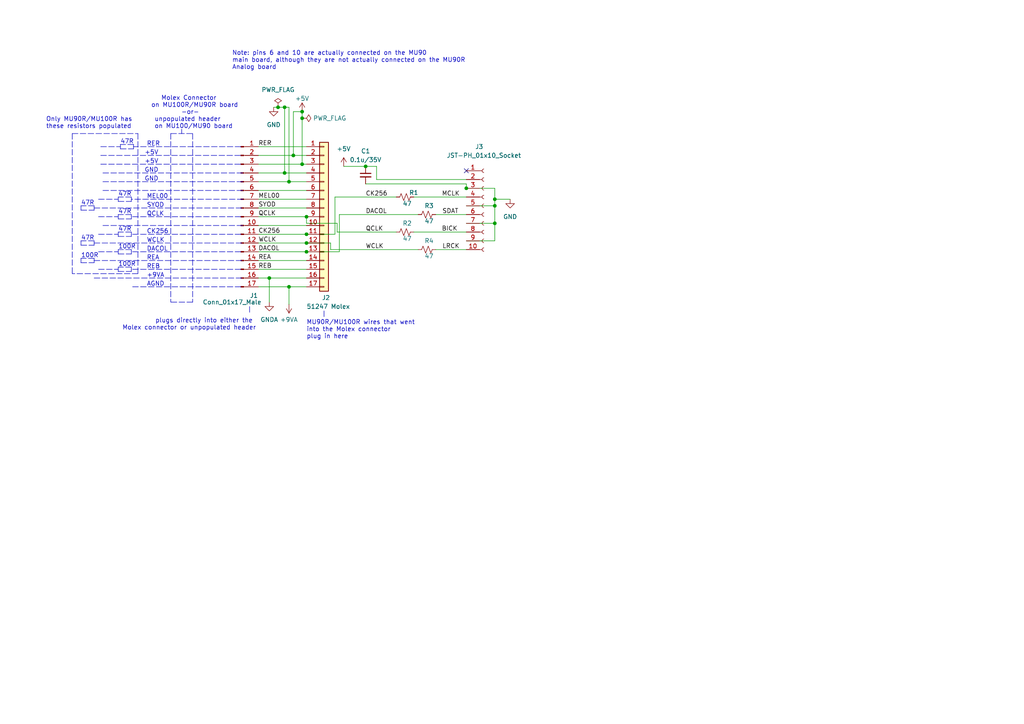
<source format=kicad_sch>
(kicad_sch (version 20211123) (generator eeschema)

  (uuid e63e39d7-6ac0-4ffd-8aa3-1841a4541b55)

  (paper "A4")

  (lib_symbols
    (symbol "Connector:Conn_01x10_Female" (pin_names (offset 1.016) hide) (in_bom yes) (on_board yes)
      (property "Reference" "J" (id 0) (at 0 12.7 0)
        (effects (font (size 1.27 1.27)))
      )
      (property "Value" "Conn_01x10_Female" (id 1) (at 0 -15.24 0)
        (effects (font (size 1.27 1.27)))
      )
      (property "Footprint" "" (id 2) (at 0 0 0)
        (effects (font (size 1.27 1.27)) hide)
      )
      (property "Datasheet" "~" (id 3) (at 0 0 0)
        (effects (font (size 1.27 1.27)) hide)
      )
      (property "ki_keywords" "connector" (id 4) (at 0 0 0)
        (effects (font (size 1.27 1.27)) hide)
      )
      (property "ki_description" "Generic connector, single row, 01x10, script generated (kicad-library-utils/schlib/autogen/connector/)" (id 5) (at 0 0 0)
        (effects (font (size 1.27 1.27)) hide)
      )
      (property "ki_fp_filters" "Connector*:*_1x??_*" (id 6) (at 0 0 0)
        (effects (font (size 1.27 1.27)) hide)
      )
      (symbol "Conn_01x10_Female_1_1"
        (arc (start 0 -12.192) (mid -0.508 -12.7) (end 0 -13.208)
          (stroke (width 0.1524) (type default) (color 0 0 0 0))
          (fill (type none))
        )
        (arc (start 0 -9.652) (mid -0.508 -10.16) (end 0 -10.668)
          (stroke (width 0.1524) (type default) (color 0 0 0 0))
          (fill (type none))
        )
        (arc (start 0 -7.112) (mid -0.508 -7.62) (end 0 -8.128)
          (stroke (width 0.1524) (type default) (color 0 0 0 0))
          (fill (type none))
        )
        (arc (start 0 -4.572) (mid -0.508 -5.08) (end 0 -5.588)
          (stroke (width 0.1524) (type default) (color 0 0 0 0))
          (fill (type none))
        )
        (arc (start 0 -2.032) (mid -0.508 -2.54) (end 0 -3.048)
          (stroke (width 0.1524) (type default) (color 0 0 0 0))
          (fill (type none))
        )
        (polyline
          (pts
            (xy -1.27 -12.7)
            (xy -0.508 -12.7)
          )
          (stroke (width 0.1524) (type default) (color 0 0 0 0))
          (fill (type none))
        )
        (polyline
          (pts
            (xy -1.27 -10.16)
            (xy -0.508 -10.16)
          )
          (stroke (width 0.1524) (type default) (color 0 0 0 0))
          (fill (type none))
        )
        (polyline
          (pts
            (xy -1.27 -7.62)
            (xy -0.508 -7.62)
          )
          (stroke (width 0.1524) (type default) (color 0 0 0 0))
          (fill (type none))
        )
        (polyline
          (pts
            (xy -1.27 -5.08)
            (xy -0.508 -5.08)
          )
          (stroke (width 0.1524) (type default) (color 0 0 0 0))
          (fill (type none))
        )
        (polyline
          (pts
            (xy -1.27 -2.54)
            (xy -0.508 -2.54)
          )
          (stroke (width 0.1524) (type default) (color 0 0 0 0))
          (fill (type none))
        )
        (polyline
          (pts
            (xy -1.27 0)
            (xy -0.508 0)
          )
          (stroke (width 0.1524) (type default) (color 0 0 0 0))
          (fill (type none))
        )
        (polyline
          (pts
            (xy -1.27 2.54)
            (xy -0.508 2.54)
          )
          (stroke (width 0.1524) (type default) (color 0 0 0 0))
          (fill (type none))
        )
        (polyline
          (pts
            (xy -1.27 5.08)
            (xy -0.508 5.08)
          )
          (stroke (width 0.1524) (type default) (color 0 0 0 0))
          (fill (type none))
        )
        (polyline
          (pts
            (xy -1.27 7.62)
            (xy -0.508 7.62)
          )
          (stroke (width 0.1524) (type default) (color 0 0 0 0))
          (fill (type none))
        )
        (polyline
          (pts
            (xy -1.27 10.16)
            (xy -0.508 10.16)
          )
          (stroke (width 0.1524) (type default) (color 0 0 0 0))
          (fill (type none))
        )
        (arc (start 0 0.508) (mid -0.508 0) (end 0 -0.508)
          (stroke (width 0.1524) (type default) (color 0 0 0 0))
          (fill (type none))
        )
        (arc (start 0 3.048) (mid -0.508 2.54) (end 0 2.032)
          (stroke (width 0.1524) (type default) (color 0 0 0 0))
          (fill (type none))
        )
        (arc (start 0 5.588) (mid -0.508 5.08) (end 0 4.572)
          (stroke (width 0.1524) (type default) (color 0 0 0 0))
          (fill (type none))
        )
        (arc (start 0 8.128) (mid -0.508 7.62) (end 0 7.112)
          (stroke (width 0.1524) (type default) (color 0 0 0 0))
          (fill (type none))
        )
        (arc (start 0 10.668) (mid -0.508 10.16) (end 0 9.652)
          (stroke (width 0.1524) (type default) (color 0 0 0 0))
          (fill (type none))
        )
        (pin passive line (at -5.08 10.16 0) (length 3.81)
          (name "Pin_1" (effects (font (size 1.27 1.27))))
          (number "1" (effects (font (size 1.27 1.27))))
        )
        (pin passive line (at -5.08 -12.7 0) (length 3.81)
          (name "Pin_10" (effects (font (size 1.27 1.27))))
          (number "10" (effects (font (size 1.27 1.27))))
        )
        (pin passive line (at -5.08 7.62 0) (length 3.81)
          (name "Pin_2" (effects (font (size 1.27 1.27))))
          (number "2" (effects (font (size 1.27 1.27))))
        )
        (pin passive line (at -5.08 5.08 0) (length 3.81)
          (name "Pin_3" (effects (font (size 1.27 1.27))))
          (number "3" (effects (font (size 1.27 1.27))))
        )
        (pin passive line (at -5.08 2.54 0) (length 3.81)
          (name "Pin_4" (effects (font (size 1.27 1.27))))
          (number "4" (effects (font (size 1.27 1.27))))
        )
        (pin passive line (at -5.08 0 0) (length 3.81)
          (name "Pin_5" (effects (font (size 1.27 1.27))))
          (number "5" (effects (font (size 1.27 1.27))))
        )
        (pin passive line (at -5.08 -2.54 0) (length 3.81)
          (name "Pin_6" (effects (font (size 1.27 1.27))))
          (number "6" (effects (font (size 1.27 1.27))))
        )
        (pin passive line (at -5.08 -5.08 0) (length 3.81)
          (name "Pin_7" (effects (font (size 1.27 1.27))))
          (number "7" (effects (font (size 1.27 1.27))))
        )
        (pin passive line (at -5.08 -7.62 0) (length 3.81)
          (name "Pin_8" (effects (font (size 1.27 1.27))))
          (number "8" (effects (font (size 1.27 1.27))))
        )
        (pin passive line (at -5.08 -10.16 0) (length 3.81)
          (name "Pin_9" (effects (font (size 1.27 1.27))))
          (number "9" (effects (font (size 1.27 1.27))))
        )
      )
    )
    (symbol "Connector:Conn_01x17_Male" (pin_names (offset 1.016) hide) (in_bom yes) (on_board yes)
      (property "Reference" "J" (id 0) (at 0 22.86 0)
        (effects (font (size 1.27 1.27)))
      )
      (property "Value" "Conn_01x17_Male" (id 1) (at 0 -22.86 0)
        (effects (font (size 1.27 1.27)))
      )
      (property "Footprint" "" (id 2) (at 0 0 0)
        (effects (font (size 1.27 1.27)) hide)
      )
      (property "Datasheet" "~" (id 3) (at 0 0 0)
        (effects (font (size 1.27 1.27)) hide)
      )
      (property "ki_keywords" "connector" (id 4) (at 0 0 0)
        (effects (font (size 1.27 1.27)) hide)
      )
      (property "ki_description" "Generic connector, single row, 01x17, script generated (kicad-library-utils/schlib/autogen/connector/)" (id 5) (at 0 0 0)
        (effects (font (size 1.27 1.27)) hide)
      )
      (property "ki_fp_filters" "Connector*:*_1x??_*" (id 6) (at 0 0 0)
        (effects (font (size 1.27 1.27)) hide)
      )
      (symbol "Conn_01x17_Male_1_1"
        (polyline
          (pts
            (xy 1.27 -20.32)
            (xy 0.8636 -20.32)
          )
          (stroke (width 0.1524) (type default) (color 0 0 0 0))
          (fill (type none))
        )
        (polyline
          (pts
            (xy 1.27 -17.78)
            (xy 0.8636 -17.78)
          )
          (stroke (width 0.1524) (type default) (color 0 0 0 0))
          (fill (type none))
        )
        (polyline
          (pts
            (xy 1.27 -15.24)
            (xy 0.8636 -15.24)
          )
          (stroke (width 0.1524) (type default) (color 0 0 0 0))
          (fill (type none))
        )
        (polyline
          (pts
            (xy 1.27 -12.7)
            (xy 0.8636 -12.7)
          )
          (stroke (width 0.1524) (type default) (color 0 0 0 0))
          (fill (type none))
        )
        (polyline
          (pts
            (xy 1.27 -10.16)
            (xy 0.8636 -10.16)
          )
          (stroke (width 0.1524) (type default) (color 0 0 0 0))
          (fill (type none))
        )
        (polyline
          (pts
            (xy 1.27 -7.62)
            (xy 0.8636 -7.62)
          )
          (stroke (width 0.1524) (type default) (color 0 0 0 0))
          (fill (type none))
        )
        (polyline
          (pts
            (xy 1.27 -5.08)
            (xy 0.8636 -5.08)
          )
          (stroke (width 0.1524) (type default) (color 0 0 0 0))
          (fill (type none))
        )
        (polyline
          (pts
            (xy 1.27 -2.54)
            (xy 0.8636 -2.54)
          )
          (stroke (width 0.1524) (type default) (color 0 0 0 0))
          (fill (type none))
        )
        (polyline
          (pts
            (xy 1.27 0)
            (xy 0.8636 0)
          )
          (stroke (width 0.1524) (type default) (color 0 0 0 0))
          (fill (type none))
        )
        (polyline
          (pts
            (xy 1.27 2.54)
            (xy 0.8636 2.54)
          )
          (stroke (width 0.1524) (type default) (color 0 0 0 0))
          (fill (type none))
        )
        (polyline
          (pts
            (xy 1.27 5.08)
            (xy 0.8636 5.08)
          )
          (stroke (width 0.1524) (type default) (color 0 0 0 0))
          (fill (type none))
        )
        (polyline
          (pts
            (xy 1.27 7.62)
            (xy 0.8636 7.62)
          )
          (stroke (width 0.1524) (type default) (color 0 0 0 0))
          (fill (type none))
        )
        (polyline
          (pts
            (xy 1.27 10.16)
            (xy 0.8636 10.16)
          )
          (stroke (width 0.1524) (type default) (color 0 0 0 0))
          (fill (type none))
        )
        (polyline
          (pts
            (xy 1.27 12.7)
            (xy 0.8636 12.7)
          )
          (stroke (width 0.1524) (type default) (color 0 0 0 0))
          (fill (type none))
        )
        (polyline
          (pts
            (xy 1.27 15.24)
            (xy 0.8636 15.24)
          )
          (stroke (width 0.1524) (type default) (color 0 0 0 0))
          (fill (type none))
        )
        (polyline
          (pts
            (xy 1.27 17.78)
            (xy 0.8636 17.78)
          )
          (stroke (width 0.1524) (type default) (color 0 0 0 0))
          (fill (type none))
        )
        (polyline
          (pts
            (xy 1.27 20.32)
            (xy 0.8636 20.32)
          )
          (stroke (width 0.1524) (type default) (color 0 0 0 0))
          (fill (type none))
        )
        (rectangle (start 0.8636 -20.193) (end 0 -20.447)
          (stroke (width 0.1524) (type default) (color 0 0 0 0))
          (fill (type outline))
        )
        (rectangle (start 0.8636 -17.653) (end 0 -17.907)
          (stroke (width 0.1524) (type default) (color 0 0 0 0))
          (fill (type outline))
        )
        (rectangle (start 0.8636 -15.113) (end 0 -15.367)
          (stroke (width 0.1524) (type default) (color 0 0 0 0))
          (fill (type outline))
        )
        (rectangle (start 0.8636 -12.573) (end 0 -12.827)
          (stroke (width 0.1524) (type default) (color 0 0 0 0))
          (fill (type outline))
        )
        (rectangle (start 0.8636 -10.033) (end 0 -10.287)
          (stroke (width 0.1524) (type default) (color 0 0 0 0))
          (fill (type outline))
        )
        (rectangle (start 0.8636 -7.493) (end 0 -7.747)
          (stroke (width 0.1524) (type default) (color 0 0 0 0))
          (fill (type outline))
        )
        (rectangle (start 0.8636 -4.953) (end 0 -5.207)
          (stroke (width 0.1524) (type default) (color 0 0 0 0))
          (fill (type outline))
        )
        (rectangle (start 0.8636 -2.413) (end 0 -2.667)
          (stroke (width 0.1524) (type default) (color 0 0 0 0))
          (fill (type outline))
        )
        (rectangle (start 0.8636 0.127) (end 0 -0.127)
          (stroke (width 0.1524) (type default) (color 0 0 0 0))
          (fill (type outline))
        )
        (rectangle (start 0.8636 2.667) (end 0 2.413)
          (stroke (width 0.1524) (type default) (color 0 0 0 0))
          (fill (type outline))
        )
        (rectangle (start 0.8636 5.207) (end 0 4.953)
          (stroke (width 0.1524) (type default) (color 0 0 0 0))
          (fill (type outline))
        )
        (rectangle (start 0.8636 7.747) (end 0 7.493)
          (stroke (width 0.1524) (type default) (color 0 0 0 0))
          (fill (type outline))
        )
        (rectangle (start 0.8636 10.287) (end 0 10.033)
          (stroke (width 0.1524) (type default) (color 0 0 0 0))
          (fill (type outline))
        )
        (rectangle (start 0.8636 12.827) (end 0 12.573)
          (stroke (width 0.1524) (type default) (color 0 0 0 0))
          (fill (type outline))
        )
        (rectangle (start 0.8636 15.367) (end 0 15.113)
          (stroke (width 0.1524) (type default) (color 0 0 0 0))
          (fill (type outline))
        )
        (rectangle (start 0.8636 17.907) (end 0 17.653)
          (stroke (width 0.1524) (type default) (color 0 0 0 0))
          (fill (type outline))
        )
        (rectangle (start 0.8636 20.447) (end 0 20.193)
          (stroke (width 0.1524) (type default) (color 0 0 0 0))
          (fill (type outline))
        )
        (pin passive line (at 5.08 20.32 180) (length 3.81)
          (name "Pin_1" (effects (font (size 1.27 1.27))))
          (number "1" (effects (font (size 1.27 1.27))))
        )
        (pin passive line (at 5.08 -2.54 180) (length 3.81)
          (name "Pin_10" (effects (font (size 1.27 1.27))))
          (number "10" (effects (font (size 1.27 1.27))))
        )
        (pin passive line (at 5.08 -5.08 180) (length 3.81)
          (name "Pin_11" (effects (font (size 1.27 1.27))))
          (number "11" (effects (font (size 1.27 1.27))))
        )
        (pin passive line (at 5.08 -7.62 180) (length 3.81)
          (name "Pin_12" (effects (font (size 1.27 1.27))))
          (number "12" (effects (font (size 1.27 1.27))))
        )
        (pin passive line (at 5.08 -10.16 180) (length 3.81)
          (name "Pin_13" (effects (font (size 1.27 1.27))))
          (number "13" (effects (font (size 1.27 1.27))))
        )
        (pin passive line (at 5.08 -12.7 180) (length 3.81)
          (name "Pin_14" (effects (font (size 1.27 1.27))))
          (number "14" (effects (font (size 1.27 1.27))))
        )
        (pin passive line (at 5.08 -15.24 180) (length 3.81)
          (name "Pin_15" (effects (font (size 1.27 1.27))))
          (number "15" (effects (font (size 1.27 1.27))))
        )
        (pin passive line (at 5.08 -17.78 180) (length 3.81)
          (name "Pin_16" (effects (font (size 1.27 1.27))))
          (number "16" (effects (font (size 1.27 1.27))))
        )
        (pin passive line (at 5.08 -20.32 180) (length 3.81)
          (name "Pin_17" (effects (font (size 1.27 1.27))))
          (number "17" (effects (font (size 1.27 1.27))))
        )
        (pin passive line (at 5.08 17.78 180) (length 3.81)
          (name "Pin_2" (effects (font (size 1.27 1.27))))
          (number "2" (effects (font (size 1.27 1.27))))
        )
        (pin passive line (at 5.08 15.24 180) (length 3.81)
          (name "Pin_3" (effects (font (size 1.27 1.27))))
          (number "3" (effects (font (size 1.27 1.27))))
        )
        (pin passive line (at 5.08 12.7 180) (length 3.81)
          (name "Pin_4" (effects (font (size 1.27 1.27))))
          (number "4" (effects (font (size 1.27 1.27))))
        )
        (pin passive line (at 5.08 10.16 180) (length 3.81)
          (name "Pin_5" (effects (font (size 1.27 1.27))))
          (number "5" (effects (font (size 1.27 1.27))))
        )
        (pin passive line (at 5.08 7.62 180) (length 3.81)
          (name "Pin_6" (effects (font (size 1.27 1.27))))
          (number "6" (effects (font (size 1.27 1.27))))
        )
        (pin passive line (at 5.08 5.08 180) (length 3.81)
          (name "Pin_7" (effects (font (size 1.27 1.27))))
          (number "7" (effects (font (size 1.27 1.27))))
        )
        (pin passive line (at 5.08 2.54 180) (length 3.81)
          (name "Pin_8" (effects (font (size 1.27 1.27))))
          (number "8" (effects (font (size 1.27 1.27))))
        )
        (pin passive line (at 5.08 0 180) (length 3.81)
          (name "Pin_9" (effects (font (size 1.27 1.27))))
          (number "9" (effects (font (size 1.27 1.27))))
        )
      )
    )
    (symbol "Connector_Generic:Conn_01x17" (pin_names (offset 1.016) hide) (in_bom yes) (on_board yes)
      (property "Reference" "J" (id 0) (at 0 22.86 0)
        (effects (font (size 1.27 1.27)))
      )
      (property "Value" "Conn_01x17" (id 1) (at 0 -22.86 0)
        (effects (font (size 1.27 1.27)))
      )
      (property "Footprint" "" (id 2) (at 0 0 0)
        (effects (font (size 1.27 1.27)) hide)
      )
      (property "Datasheet" "~" (id 3) (at 0 0 0)
        (effects (font (size 1.27 1.27)) hide)
      )
      (property "ki_keywords" "connector" (id 4) (at 0 0 0)
        (effects (font (size 1.27 1.27)) hide)
      )
      (property "ki_description" "Generic connector, single row, 01x17, script generated (kicad-library-utils/schlib/autogen/connector/)" (id 5) (at 0 0 0)
        (effects (font (size 1.27 1.27)) hide)
      )
      (property "ki_fp_filters" "Connector*:*_1x??_*" (id 6) (at 0 0 0)
        (effects (font (size 1.27 1.27)) hide)
      )
      (symbol "Conn_01x17_1_1"
        (rectangle (start -1.27 -20.193) (end 0 -20.447)
          (stroke (width 0.1524) (type default) (color 0 0 0 0))
          (fill (type none))
        )
        (rectangle (start -1.27 -17.653) (end 0 -17.907)
          (stroke (width 0.1524) (type default) (color 0 0 0 0))
          (fill (type none))
        )
        (rectangle (start -1.27 -15.113) (end 0 -15.367)
          (stroke (width 0.1524) (type default) (color 0 0 0 0))
          (fill (type none))
        )
        (rectangle (start -1.27 -12.573) (end 0 -12.827)
          (stroke (width 0.1524) (type default) (color 0 0 0 0))
          (fill (type none))
        )
        (rectangle (start -1.27 -10.033) (end 0 -10.287)
          (stroke (width 0.1524) (type default) (color 0 0 0 0))
          (fill (type none))
        )
        (rectangle (start -1.27 -7.493) (end 0 -7.747)
          (stroke (width 0.1524) (type default) (color 0 0 0 0))
          (fill (type none))
        )
        (rectangle (start -1.27 -4.953) (end 0 -5.207)
          (stroke (width 0.1524) (type default) (color 0 0 0 0))
          (fill (type none))
        )
        (rectangle (start -1.27 -2.413) (end 0 -2.667)
          (stroke (width 0.1524) (type default) (color 0 0 0 0))
          (fill (type none))
        )
        (rectangle (start -1.27 0.127) (end 0 -0.127)
          (stroke (width 0.1524) (type default) (color 0 0 0 0))
          (fill (type none))
        )
        (rectangle (start -1.27 2.667) (end 0 2.413)
          (stroke (width 0.1524) (type default) (color 0 0 0 0))
          (fill (type none))
        )
        (rectangle (start -1.27 5.207) (end 0 4.953)
          (stroke (width 0.1524) (type default) (color 0 0 0 0))
          (fill (type none))
        )
        (rectangle (start -1.27 7.747) (end 0 7.493)
          (stroke (width 0.1524) (type default) (color 0 0 0 0))
          (fill (type none))
        )
        (rectangle (start -1.27 10.287) (end 0 10.033)
          (stroke (width 0.1524) (type default) (color 0 0 0 0))
          (fill (type none))
        )
        (rectangle (start -1.27 12.827) (end 0 12.573)
          (stroke (width 0.1524) (type default) (color 0 0 0 0))
          (fill (type none))
        )
        (rectangle (start -1.27 15.367) (end 0 15.113)
          (stroke (width 0.1524) (type default) (color 0 0 0 0))
          (fill (type none))
        )
        (rectangle (start -1.27 17.907) (end 0 17.653)
          (stroke (width 0.1524) (type default) (color 0 0 0 0))
          (fill (type none))
        )
        (rectangle (start -1.27 20.447) (end 0 20.193)
          (stroke (width 0.1524) (type default) (color 0 0 0 0))
          (fill (type none))
        )
        (rectangle (start -1.27 21.59) (end 1.27 -21.59)
          (stroke (width 0.254) (type default) (color 0 0 0 0))
          (fill (type background))
        )
        (pin passive line (at -5.08 20.32 0) (length 3.81)
          (name "Pin_1" (effects (font (size 1.27 1.27))))
          (number "1" (effects (font (size 1.27 1.27))))
        )
        (pin passive line (at -5.08 -2.54 0) (length 3.81)
          (name "Pin_10" (effects (font (size 1.27 1.27))))
          (number "10" (effects (font (size 1.27 1.27))))
        )
        (pin passive line (at -5.08 -5.08 0) (length 3.81)
          (name "Pin_11" (effects (font (size 1.27 1.27))))
          (number "11" (effects (font (size 1.27 1.27))))
        )
        (pin passive line (at -5.08 -7.62 0) (length 3.81)
          (name "Pin_12" (effects (font (size 1.27 1.27))))
          (number "12" (effects (font (size 1.27 1.27))))
        )
        (pin passive line (at -5.08 -10.16 0) (length 3.81)
          (name "Pin_13" (effects (font (size 1.27 1.27))))
          (number "13" (effects (font (size 1.27 1.27))))
        )
        (pin passive line (at -5.08 -12.7 0) (length 3.81)
          (name "Pin_14" (effects (font (size 1.27 1.27))))
          (number "14" (effects (font (size 1.27 1.27))))
        )
        (pin passive line (at -5.08 -15.24 0) (length 3.81)
          (name "Pin_15" (effects (font (size 1.27 1.27))))
          (number "15" (effects (font (size 1.27 1.27))))
        )
        (pin passive line (at -5.08 -17.78 0) (length 3.81)
          (name "Pin_16" (effects (font (size 1.27 1.27))))
          (number "16" (effects (font (size 1.27 1.27))))
        )
        (pin passive line (at -5.08 -20.32 0) (length 3.81)
          (name "Pin_17" (effects (font (size 1.27 1.27))))
          (number "17" (effects (font (size 1.27 1.27))))
        )
        (pin passive line (at -5.08 17.78 0) (length 3.81)
          (name "Pin_2" (effects (font (size 1.27 1.27))))
          (number "2" (effects (font (size 1.27 1.27))))
        )
        (pin passive line (at -5.08 15.24 0) (length 3.81)
          (name "Pin_3" (effects (font (size 1.27 1.27))))
          (number "3" (effects (font (size 1.27 1.27))))
        )
        (pin passive line (at -5.08 12.7 0) (length 3.81)
          (name "Pin_4" (effects (font (size 1.27 1.27))))
          (number "4" (effects (font (size 1.27 1.27))))
        )
        (pin passive line (at -5.08 10.16 0) (length 3.81)
          (name "Pin_5" (effects (font (size 1.27 1.27))))
          (number "5" (effects (font (size 1.27 1.27))))
        )
        (pin passive line (at -5.08 7.62 0) (length 3.81)
          (name "Pin_6" (effects (font (size 1.27 1.27))))
          (number "6" (effects (font (size 1.27 1.27))))
        )
        (pin passive line (at -5.08 5.08 0) (length 3.81)
          (name "Pin_7" (effects (font (size 1.27 1.27))))
          (number "7" (effects (font (size 1.27 1.27))))
        )
        (pin passive line (at -5.08 2.54 0) (length 3.81)
          (name "Pin_8" (effects (font (size 1.27 1.27))))
          (number "8" (effects (font (size 1.27 1.27))))
        )
        (pin passive line (at -5.08 0 0) (length 3.81)
          (name "Pin_9" (effects (font (size 1.27 1.27))))
          (number "9" (effects (font (size 1.27 1.27))))
        )
      )
    )
    (symbol "Device:C_Small" (pin_numbers hide) (pin_names (offset 0.254) hide) (in_bom yes) (on_board yes)
      (property "Reference" "C" (id 0) (at 0.254 1.778 0)
        (effects (font (size 1.27 1.27)) (justify left))
      )
      (property "Value" "C_Small" (id 1) (at 0.254 -2.032 0)
        (effects (font (size 1.27 1.27)) (justify left))
      )
      (property "Footprint" "" (id 2) (at 0 0 0)
        (effects (font (size 1.27 1.27)) hide)
      )
      (property "Datasheet" "~" (id 3) (at 0 0 0)
        (effects (font (size 1.27 1.27)) hide)
      )
      (property "ki_keywords" "capacitor cap" (id 4) (at 0 0 0)
        (effects (font (size 1.27 1.27)) hide)
      )
      (property "ki_description" "Unpolarized capacitor, small symbol" (id 5) (at 0 0 0)
        (effects (font (size 1.27 1.27)) hide)
      )
      (property "ki_fp_filters" "C_*" (id 6) (at 0 0 0)
        (effects (font (size 1.27 1.27)) hide)
      )
      (symbol "C_Small_0_1"
        (polyline
          (pts
            (xy -1.524 -0.508)
            (xy 1.524 -0.508)
          )
          (stroke (width 0.3302) (type default) (color 0 0 0 0))
          (fill (type none))
        )
        (polyline
          (pts
            (xy -1.524 0.508)
            (xy 1.524 0.508)
          )
          (stroke (width 0.3048) (type default) (color 0 0 0 0))
          (fill (type none))
        )
      )
      (symbol "C_Small_1_1"
        (pin passive line (at 0 2.54 270) (length 2.032)
          (name "~" (effects (font (size 1.27 1.27))))
          (number "1" (effects (font (size 1.27 1.27))))
        )
        (pin passive line (at 0 -2.54 90) (length 2.032)
          (name "~" (effects (font (size 1.27 1.27))))
          (number "2" (effects (font (size 1.27 1.27))))
        )
      )
    )
    (symbol "Device:R_Small_US" (pin_numbers hide) (pin_names (offset 0.254) hide) (in_bom yes) (on_board yes)
      (property "Reference" "R" (id 0) (at 0.762 0.508 0)
        (effects (font (size 1.27 1.27)) (justify left))
      )
      (property "Value" "R_Small_US" (id 1) (at 0.762 -1.016 0)
        (effects (font (size 1.27 1.27)) (justify left))
      )
      (property "Footprint" "" (id 2) (at 0 0 0)
        (effects (font (size 1.27 1.27)) hide)
      )
      (property "Datasheet" "~" (id 3) (at 0 0 0)
        (effects (font (size 1.27 1.27)) hide)
      )
      (property "ki_keywords" "r resistor" (id 4) (at 0 0 0)
        (effects (font (size 1.27 1.27)) hide)
      )
      (property "ki_description" "Resistor, small US symbol" (id 5) (at 0 0 0)
        (effects (font (size 1.27 1.27)) hide)
      )
      (property "ki_fp_filters" "R_*" (id 6) (at 0 0 0)
        (effects (font (size 1.27 1.27)) hide)
      )
      (symbol "R_Small_US_1_1"
        (polyline
          (pts
            (xy 0 0)
            (xy 1.016 -0.381)
            (xy 0 -0.762)
            (xy -1.016 -1.143)
            (xy 0 -1.524)
          )
          (stroke (width 0) (type default) (color 0 0 0 0))
          (fill (type none))
        )
        (polyline
          (pts
            (xy 0 1.524)
            (xy 1.016 1.143)
            (xy 0 0.762)
            (xy -1.016 0.381)
            (xy 0 0)
          )
          (stroke (width 0) (type default) (color 0 0 0 0))
          (fill (type none))
        )
        (pin passive line (at 0 2.54 270) (length 1.016)
          (name "~" (effects (font (size 1.27 1.27))))
          (number "1" (effects (font (size 1.27 1.27))))
        )
        (pin passive line (at 0 -2.54 90) (length 1.016)
          (name "~" (effects (font (size 1.27 1.27))))
          (number "2" (effects (font (size 1.27 1.27))))
        )
      )
    )
    (symbol "power:+5V" (power) (pin_names (offset 0)) (in_bom yes) (on_board yes)
      (property "Reference" "#PWR" (id 0) (at 0 -3.81 0)
        (effects (font (size 1.27 1.27)) hide)
      )
      (property "Value" "+5V" (id 1) (at 0 3.556 0)
        (effects (font (size 1.27 1.27)))
      )
      (property "Footprint" "" (id 2) (at 0 0 0)
        (effects (font (size 1.27 1.27)) hide)
      )
      (property "Datasheet" "" (id 3) (at 0 0 0)
        (effects (font (size 1.27 1.27)) hide)
      )
      (property "ki_keywords" "power-flag" (id 4) (at 0 0 0)
        (effects (font (size 1.27 1.27)) hide)
      )
      (property "ki_description" "Power symbol creates a global label with name \"+5V\"" (id 5) (at 0 0 0)
        (effects (font (size 1.27 1.27)) hide)
      )
      (symbol "+5V_0_1"
        (polyline
          (pts
            (xy -0.762 1.27)
            (xy 0 2.54)
          )
          (stroke (width 0) (type default) (color 0 0 0 0))
          (fill (type none))
        )
        (polyline
          (pts
            (xy 0 0)
            (xy 0 2.54)
          )
          (stroke (width 0) (type default) (color 0 0 0 0))
          (fill (type none))
        )
        (polyline
          (pts
            (xy 0 2.54)
            (xy 0.762 1.27)
          )
          (stroke (width 0) (type default) (color 0 0 0 0))
          (fill (type none))
        )
      )
      (symbol "+5V_1_1"
        (pin power_in line (at 0 0 90) (length 0) hide
          (name "+5V" (effects (font (size 1.27 1.27))))
          (number "1" (effects (font (size 1.27 1.27))))
        )
      )
    )
    (symbol "power:+9VA" (power) (pin_names (offset 0)) (in_bom yes) (on_board yes)
      (property "Reference" "#PWR" (id 0) (at 0 -3.175 0)
        (effects (font (size 1.27 1.27)) hide)
      )
      (property "Value" "+9VA" (id 1) (at 0 3.81 0)
        (effects (font (size 1.27 1.27)))
      )
      (property "Footprint" "" (id 2) (at 0 0 0)
        (effects (font (size 1.27 1.27)) hide)
      )
      (property "Datasheet" "" (id 3) (at 0 0 0)
        (effects (font (size 1.27 1.27)) hide)
      )
      (property "ki_keywords" "power-flag" (id 4) (at 0 0 0)
        (effects (font (size 1.27 1.27)) hide)
      )
      (property "ki_description" "Power symbol creates a global label with name \"+9VA\"" (id 5) (at 0 0 0)
        (effects (font (size 1.27 1.27)) hide)
      )
      (symbol "+9VA_0_1"
        (polyline
          (pts
            (xy -0.762 1.27)
            (xy 0 2.54)
          )
          (stroke (width 0) (type default) (color 0 0 0 0))
          (fill (type none))
        )
        (polyline
          (pts
            (xy 0 0)
            (xy 0 2.54)
          )
          (stroke (width 0) (type default) (color 0 0 0 0))
          (fill (type none))
        )
        (polyline
          (pts
            (xy 0 2.54)
            (xy 0.762 1.27)
          )
          (stroke (width 0) (type default) (color 0 0 0 0))
          (fill (type none))
        )
      )
      (symbol "+9VA_1_1"
        (pin power_in line (at 0 0 90) (length 0) hide
          (name "+9VA" (effects (font (size 1.27 1.27))))
          (number "1" (effects (font (size 1.27 1.27))))
        )
      )
    )
    (symbol "power:GND" (power) (pin_names (offset 0)) (in_bom yes) (on_board yes)
      (property "Reference" "#PWR" (id 0) (at 0 -6.35 0)
        (effects (font (size 1.27 1.27)) hide)
      )
      (property "Value" "GND" (id 1) (at 0 -3.81 0)
        (effects (font (size 1.27 1.27)))
      )
      (property "Footprint" "" (id 2) (at 0 0 0)
        (effects (font (size 1.27 1.27)) hide)
      )
      (property "Datasheet" "" (id 3) (at 0 0 0)
        (effects (font (size 1.27 1.27)) hide)
      )
      (property "ki_keywords" "power-flag" (id 4) (at 0 0 0)
        (effects (font (size 1.27 1.27)) hide)
      )
      (property "ki_description" "Power symbol creates a global label with name \"GND\" , ground" (id 5) (at 0 0 0)
        (effects (font (size 1.27 1.27)) hide)
      )
      (symbol "GND_0_1"
        (polyline
          (pts
            (xy 0 0)
            (xy 0 -1.27)
            (xy 1.27 -1.27)
            (xy 0 -2.54)
            (xy -1.27 -1.27)
            (xy 0 -1.27)
          )
          (stroke (width 0) (type default) (color 0 0 0 0))
          (fill (type none))
        )
      )
      (symbol "GND_1_1"
        (pin power_in line (at 0 0 270) (length 0) hide
          (name "GND" (effects (font (size 1.27 1.27))))
          (number "1" (effects (font (size 1.27 1.27))))
        )
      )
    )
    (symbol "power:GNDA" (power) (pin_names (offset 0)) (in_bom yes) (on_board yes)
      (property "Reference" "#PWR" (id 0) (at 0 -6.35 0)
        (effects (font (size 1.27 1.27)) hide)
      )
      (property "Value" "GNDA" (id 1) (at 0 -3.81 0)
        (effects (font (size 1.27 1.27)))
      )
      (property "Footprint" "" (id 2) (at 0 0 0)
        (effects (font (size 1.27 1.27)) hide)
      )
      (property "Datasheet" "" (id 3) (at 0 0 0)
        (effects (font (size 1.27 1.27)) hide)
      )
      (property "ki_keywords" "power-flag" (id 4) (at 0 0 0)
        (effects (font (size 1.27 1.27)) hide)
      )
      (property "ki_description" "Power symbol creates a global label with name \"GNDA\" , analog ground" (id 5) (at 0 0 0)
        (effects (font (size 1.27 1.27)) hide)
      )
      (symbol "GNDA_0_1"
        (polyline
          (pts
            (xy 0 0)
            (xy 0 -1.27)
            (xy 1.27 -1.27)
            (xy 0 -2.54)
            (xy -1.27 -1.27)
            (xy 0 -1.27)
          )
          (stroke (width 0) (type default) (color 0 0 0 0))
          (fill (type none))
        )
      )
      (symbol "GNDA_1_1"
        (pin power_in line (at 0 0 270) (length 0) hide
          (name "GNDA" (effects (font (size 1.27 1.27))))
          (number "1" (effects (font (size 1.27 1.27))))
        )
      )
    )
    (symbol "power:PWR_FLAG" (power) (pin_numbers hide) (pin_names (offset 0) hide) (in_bom yes) (on_board yes)
      (property "Reference" "#FLG" (id 0) (at 0 1.905 0)
        (effects (font (size 1.27 1.27)) hide)
      )
      (property "Value" "PWR_FLAG" (id 1) (at 0 3.81 0)
        (effects (font (size 1.27 1.27)))
      )
      (property "Footprint" "" (id 2) (at 0 0 0)
        (effects (font (size 1.27 1.27)) hide)
      )
      (property "Datasheet" "~" (id 3) (at 0 0 0)
        (effects (font (size 1.27 1.27)) hide)
      )
      (property "ki_keywords" "power-flag" (id 4) (at 0 0 0)
        (effects (font (size 1.27 1.27)) hide)
      )
      (property "ki_description" "Special symbol for telling ERC where power comes from" (id 5) (at 0 0 0)
        (effects (font (size 1.27 1.27)) hide)
      )
      (symbol "PWR_FLAG_0_0"
        (pin power_out line (at 0 0 90) (length 0)
          (name "pwr" (effects (font (size 1.27 1.27))))
          (number "1" (effects (font (size 1.27 1.27))))
        )
      )
      (symbol "PWR_FLAG_0_1"
        (polyline
          (pts
            (xy 0 0)
            (xy 0 1.27)
            (xy -1.016 1.905)
            (xy 0 2.54)
            (xy 1.016 1.905)
            (xy 0 1.27)
          )
          (stroke (width 0) (type default) (color 0 0 0 0))
          (fill (type none))
        )
      )
    )
  )

  (junction (at 88.9 62.865) (diameter 0) (color 0 0 0 0)
    (uuid 20c503d4-e231-4b53-ac5b-ede514b9e7a6)
  )
  (junction (at 87.63 32.385) (diameter 0) (color 0 0 0 0)
    (uuid 26701d6a-bb41-4895-a97f-47bb8c0f7863)
  )
  (junction (at 106.045 48.26) (diameter 0) (color 0 0 0 0)
    (uuid 47178c13-9dfd-4dcb-ab8e-81ca1020d43f)
  )
  (junction (at 135.255 54.61) (diameter 0) (color 0 0 0 0)
    (uuid 4fccb9b8-df3c-4026-96bc-20ab1d72a912)
  )
  (junction (at 85.09 45.085) (diameter 0) (color 0 0 0 0)
    (uuid 6218ef6c-0371-4124-8016-45ec9eb1e748)
  )
  (junction (at 88.9 73.025) (diameter 0) (color 0 0 0 0)
    (uuid 68658834-445b-407c-b033-cc7796b36620)
  )
  (junction (at 78.105 80.645) (diameter 0) (color 0 0 0 0)
    (uuid 6cda7f90-ac63-4a40-ba5b-bdf1640e6087)
  )
  (junction (at 83.82 52.705) (diameter 0) (color 0 0 0 0)
    (uuid 6e7d3207-7e70-4163-8617-3b4ecafa6076)
  )
  (junction (at 82.55 50.165) (diameter 0) (color 0 0 0 0)
    (uuid 70df46b9-b64f-4240-b561-93da9a276b62)
  )
  (junction (at 87.63 34.29) (diameter 0) (color 0 0 0 0)
    (uuid 74143180-144f-4f97-b2aa-c5bdc4e5bd56)
  )
  (junction (at 143.51 59.69) (diameter 0) (color 0 0 0 0)
    (uuid 892757dd-7475-4b4c-adca-bab837acc3d2)
  )
  (junction (at 88.9 67.945) (diameter 0) (color 0 0 0 0)
    (uuid 8a40411c-35e5-4090-b501-f68006391bf0)
  )
  (junction (at 82.55 31.115) (diameter 0) (color 0 0 0 0)
    (uuid b67edeb6-a27c-4919-8d71-401e1183e192)
  )
  (junction (at 80.645 31.115) (diameter 0) (color 0 0 0 0)
    (uuid c7d1c8c8-a9c7-46c1-8c94-1a8a8708a79e)
  )
  (junction (at 143.51 64.77) (diameter 0) (color 0 0 0 0)
    (uuid c7ece955-6e99-45b5-b52f-ba89596bf43c)
  )
  (junction (at 87.63 47.625) (diameter 0) (color 0 0 0 0)
    (uuid d0bcc8bb-9f50-4946-8656-bc7a56a43b3f)
  )
  (junction (at 83.82 83.185) (diameter 0) (color 0 0 0 0)
    (uuid d7606bbd-cbd9-4b7c-ac6e-8657442e7357)
  )
  (junction (at 143.51 57.785) (diameter 0) (color 0 0 0 0)
    (uuid e0cfb0eb-5971-4409-a070-8dce68a7c33b)
  )
  (junction (at 88.9 70.485) (diameter 0) (color 0 0 0 0)
    (uuid e9ac8830-328e-48da-b7fd-900af3d204f3)
  )

  (no_connect (at 135.255 49.53) (uuid 263e9b7e-c3cd-4442-851e-d2b54de99d8e))

  (wire (pts (xy 135.255 69.85) (xy 143.51 69.85))
    (stroke (width 0) (type default) (color 0 0 0 0))
    (uuid 00812eb5-efd5-43ec-9866-146ba1398790)
  )
  (polyline (pts (xy 27.305 80.645) (xy 70.485 80.645))
    (stroke (width 0) (type default) (color 0 0 0 0))
    (uuid 02712f16-55f4-421e-9b11-c9100a136f2a)
  )

  (wire (pts (xy 74.93 45.085) (xy 85.09 45.085))
    (stroke (width 0) (type default) (color 0 0 0 0))
    (uuid 034e4687-5dc0-44d5-920e-856f2015a338)
  )
  (polyline (pts (xy 27.305 59.69) (xy 23.495 59.69))
    (stroke (width 0) (type default) (color 0 0 0 0))
    (uuid 03f05ebf-4d42-4d79-bfc3-2c9521ed00f9)
  )

  (wire (pts (xy 87.63 34.29) (xy 87.63 47.625))
    (stroke (width 0) (type default) (color 0 0 0 0))
    (uuid 05f1961a-8c43-4143-afa4-d33c40a2ec2f)
  )
  (wire (pts (xy 97.79 67.31) (xy 97.79 64.77))
    (stroke (width 0) (type default) (color 0 0 0 0))
    (uuid 05f485ec-18f4-41c1-baef-1f143298807a)
  )
  (wire (pts (xy 88.9 64.77) (xy 88.9 62.865))
    (stroke (width 0) (type default) (color 0 0 0 0))
    (uuid 0759e87a-4be7-4686-9fc0-e1e6961e4977)
  )
  (polyline (pts (xy 27.305 76.2) (xy 27.305 75.565))
    (stroke (width 0) (type default) (color 0 0 0 0))
    (uuid 09005611-a62f-467c-b35e-a5d13f15c08b)
  )
  (polyline (pts (xy 69.85 42.545) (xy 38.735 42.545))
    (stroke (width 0) (type default) (color 0 0 0 0))
    (uuid 095a57cb-d9df-41b8-86cc-1d853eb7217c)
  )

  (wire (pts (xy 78.105 87.63) (xy 78.105 80.645))
    (stroke (width 0) (type default) (color 0 0 0 0))
    (uuid 0a8898a8-8a44-4540-9407-b36f809787b9)
  )
  (polyline (pts (xy 28.575 78.105) (xy 34.29 78.105))
    (stroke (width 0) (type default) (color 0 0 0 0))
    (uuid 0bad9962-714f-4ae4-aec5-99957fe5d2b0)
  )
  (polyline (pts (xy 38.1 57.15) (xy 34.29 57.15))
    (stroke (width 0) (type default) (color 0 0 0 0))
    (uuid 11628863-82a4-417f-85fd-12f59d3b8c29)
  )

  (wire (pts (xy 143.51 59.69) (xy 143.51 64.77))
    (stroke (width 0) (type default) (color 0 0 0 0))
    (uuid 12f6152f-74cc-48c7-b206-2108be79325e)
  )
  (polyline (pts (xy 38.1 78.105) (xy 38.1 77.47))
    (stroke (width 0) (type default) (color 0 0 0 0))
    (uuid 139d75a5-8b5b-4535-870b-833041cf25d1)
  )

  (wire (pts (xy 126.365 72.39) (xy 135.255 72.39))
    (stroke (width 0) (type default) (color 0 0 0 0))
    (uuid 19c55e24-e894-42d5-a628-5fdb89a093ff)
  )
  (polyline (pts (xy 38.735 42.545) (xy 38.735 41.91))
    (stroke (width 0) (type default) (color 0 0 0 0))
    (uuid 1a28e523-8149-4b77-b61b-12daef28fcac)
  )
  (polyline (pts (xy 34.29 67.31) (xy 34.29 68.58))
    (stroke (width 0) (type default) (color 0 0 0 0))
    (uuid 1dabff72-d05f-4efa-b522-f8ae1ab26019)
  )

  (wire (pts (xy 135.255 64.77) (xy 143.51 64.77))
    (stroke (width 0) (type default) (color 0 0 0 0))
    (uuid 1f7abaaf-d23f-440b-adc3-25bac38bb936)
  )
  (wire (pts (xy 74.93 65.405) (xy 88.9 65.405))
    (stroke (width 0) (type default) (color 0 0 0 0))
    (uuid 2153495e-88f5-4571-b1ee-259fb2f0a774)
  )
  (wire (pts (xy 85.09 32.385) (xy 85.09 45.085))
    (stroke (width 0) (type default) (color 0 0 0 0))
    (uuid 23b3dbea-ecc5-4d04-9c93-6a1946c471d5)
  )
  (wire (pts (xy 87.63 32.385) (xy 87.63 34.29))
    (stroke (width 0) (type default) (color 0 0 0 0))
    (uuid 2a488153-d0f2-4f66-a653-ca07ca50b36d)
  )
  (wire (pts (xy 74.93 83.185) (xy 83.82 83.185))
    (stroke (width 0) (type default) (color 0 0 0 0))
    (uuid 2a5abce8-5cc0-4402-9855-561acc3f6f9f)
  )
  (polyline (pts (xy 34.925 41.91) (xy 34.925 43.18))
    (stroke (width 0) (type default) (color 0 0 0 0))
    (uuid 2a88079b-1790-4201-a50a-68a01fd94fe1)
  )
  (polyline (pts (xy 27.305 74.93) (xy 23.495 74.93))
    (stroke (width 0) (type default) (color 0 0 0 0))
    (uuid 2c5ce85b-6b4c-49e8-8038-dccdabbf8a10)
  )
  (polyline (pts (xy 93.98 90.17) (xy 93.98 92.075))
    (stroke (width 0) (type default) (color 0 0 0 0))
    (uuid 2d27d317-e272-422a-a3d4-3b334759da9b)
  )

  (wire (pts (xy 80.645 31.115) (xy 79.375 31.115))
    (stroke (width 0) (type default) (color 0 0 0 0))
    (uuid 2f540203-42c1-479e-83c1-360bb87f5386)
  )
  (wire (pts (xy 95.885 72.39) (xy 95.885 70.485))
    (stroke (width 0) (type default) (color 0 0 0 0))
    (uuid 31921761-2491-42a6-9700-ca4764c39a01)
  )
  (wire (pts (xy 74.93 75.565) (xy 88.9 75.565))
    (stroke (width 0) (type default) (color 0 0 0 0))
    (uuid 31a4ed14-aeae-4da4-9fa2-e96896dedc51)
  )
  (wire (pts (xy 135.255 59.69) (xy 143.51 59.69))
    (stroke (width 0) (type default) (color 0 0 0 0))
    (uuid 359cd3b2-a764-4ac2-8662-b4e4bbfa17cc)
  )
  (polyline (pts (xy 34.29 62.23) (xy 34.29 63.5))
    (stroke (width 0) (type default) (color 0 0 0 0))
    (uuid 363e53c2-3e4d-4292-a164-80715feceb93)
  )
  (polyline (pts (xy 23.495 60.96) (xy 27.305 60.96))
    (stroke (width 0) (type default) (color 0 0 0 0))
    (uuid 36963381-d894-402b-81bc-e0d9ef20857e)
  )

  (wire (pts (xy 74.93 42.545) (xy 88.9 42.545))
    (stroke (width 0) (type default) (color 0 0 0 0))
    (uuid 3a979d4e-23b9-4526-bb13-997633473a16)
  )
  (polyline (pts (xy 27.305 70.485) (xy 27.305 69.85))
    (stroke (width 0) (type default) (color 0 0 0 0))
    (uuid 3cb2d388-8318-4b34-b9b2-1e4056f538e7)
  )
  (polyline (pts (xy 27.305 75.565) (xy 27.305 74.93))
    (stroke (width 0) (type default) (color 0 0 0 0))
    (uuid 4147a9f0-8585-4071-af48-8a2de9d3b9fe)
  )
  (polyline (pts (xy 29.845 65.405) (xy 70.485 65.405))
    (stroke (width 0) (type default) (color 0 0 0 0))
    (uuid 42b93640-dc22-413d-916b-9e4ab2755ea6)
  )

  (wire (pts (xy 97.155 57.15) (xy 97.155 67.945))
    (stroke (width 0) (type default) (color 0 0 0 0))
    (uuid 48348d81-c4a7-461f-ba50-e8a11c0423c1)
  )
  (polyline (pts (xy 34.29 78.74) (xy 38.1 78.74))
    (stroke (width 0) (type default) (color 0 0 0 0))
    (uuid 485feca8-3299-4d79-85db-a52f1adb7579)
  )

  (wire (pts (xy 97.79 67.31) (xy 114.935 67.31))
    (stroke (width 0) (type default) (color 0 0 0 0))
    (uuid 4863c986-c3eb-4ff1-90bf-94a34fd474e4)
  )
  (wire (pts (xy 74.93 55.245) (xy 88.9 55.245))
    (stroke (width 0) (type default) (color 0 0 0 0))
    (uuid 48a251fc-d320-4027-b05e-e73856c9ada6)
  )
  (polyline (pts (xy 23.495 71.12) (xy 27.305 71.12))
    (stroke (width 0) (type default) (color 0 0 0 0))
    (uuid 495c63de-a13e-4360-83dc-587a35e72007)
  )

  (wire (pts (xy 143.51 57.785) (xy 143.51 59.69))
    (stroke (width 0) (type default) (color 0 0 0 0))
    (uuid 49bd17a1-d01b-4a70-b511-2cc72f28397f)
  )
  (polyline (pts (xy 38.1 62.865) (xy 38.1 62.23))
    (stroke (width 0) (type default) (color 0 0 0 0))
    (uuid 4ae8ad1b-f5f2-4e58-a255-17ae5fcf2cbb)
  )
  (polyline (pts (xy 38.1 73.025) (xy 38.1 72.39))
    (stroke (width 0) (type default) (color 0 0 0 0))
    (uuid 4dc146b0-8838-4db6-8cb0-e14a5f24feb2)
  )
  (polyline (pts (xy 34.29 77.47) (xy 34.29 78.74))
    (stroke (width 0) (type default) (color 0 0 0 0))
    (uuid 4eae5526-889e-4cb8-8b9a-31fb5e48a981)
  )
  (polyline (pts (xy 40.005 38.735) (xy 40.005 79.375))
    (stroke (width 0) (type default) (color 0 0 0 0))
    (uuid 52a57192-f473-4a16-aea7-829079d2e639)
  )
  (polyline (pts (xy 34.29 58.42) (xy 38.1 58.42))
    (stroke (width 0) (type default) (color 0 0 0 0))
    (uuid 593767af-b10c-4b18-8092-27d5ba621d7a)
  )
  (polyline (pts (xy 38.735 43.18) (xy 38.735 42.545))
    (stroke (width 0) (type default) (color 0 0 0 0))
    (uuid 5de6d869-b27a-4bd9-8988-f407e9e71949)
  )

  (wire (pts (xy 88.9 67.945) (xy 97.155 67.945))
    (stroke (width 0) (type default) (color 0 0 0 0))
    (uuid 5f05571d-3551-47eb-95af-02b26dce33a7)
  )
  (wire (pts (xy 97.155 57.15) (xy 114.935 57.15))
    (stroke (width 0) (type default) (color 0 0 0 0))
    (uuid 61114d49-084c-484f-a266-92423e09c4cd)
  )
  (polyline (pts (xy 27.305 60.325) (xy 27.305 59.69))
    (stroke (width 0) (type default) (color 0 0 0 0))
    (uuid 6505c69e-8a4f-44ea-b378-8e8a4338fbd3)
  )
  (polyline (pts (xy 40.005 79.375) (xy 20.955 79.375))
    (stroke (width 0) (type default) (color 0 0 0 0))
    (uuid 650e84de-8172-430a-ae3a-137b21682a41)
  )
  (polyline (pts (xy 27.305 60.96) (xy 27.305 60.325))
    (stroke (width 0) (type default) (color 0 0 0 0))
    (uuid 660b63a3-e2d2-4282-8cf5-3db86743fa4e)
  )
  (polyline (pts (xy 23.495 74.93) (xy 23.495 76.2))
    (stroke (width 0) (type default) (color 0 0 0 0))
    (uuid 68056ba7-254c-4b27-a6fc-94fc78c780f3)
  )
  (polyline (pts (xy 29.845 52.705) (xy 70.485 52.705))
    (stroke (width 0) (type default) (color 0 0 0 0))
    (uuid 69790a63-fd55-476f-b196-e7c2cfee2186)
  )
  (polyline (pts (xy 55.88 38.735) (xy 55.88 87.63))
    (stroke (width 0) (type default) (color 0 0 0 0))
    (uuid 6a1c67f0-e10a-410e-a774-b85b17780f99)
  )

  (wire (pts (xy 74.93 62.865) (xy 88.9 62.865))
    (stroke (width 0) (type default) (color 0 0 0 0))
    (uuid 6af062e1-0169-4405-9a0a-4a9da1581e6a)
  )
  (polyline (pts (xy 27.305 70.485) (xy 70.485 70.485))
    (stroke (width 0) (type default) (color 0 0 0 0))
    (uuid 6ba40c72-0467-47a0-bb6e-ec3ee3321a7f)
  )
  (polyline (pts (xy 23.495 76.2) (xy 27.305 76.2))
    (stroke (width 0) (type default) (color 0 0 0 0))
    (uuid 6bd984a6-9029-4eb5-90d0-e33cb385bc70)
  )

  (wire (pts (xy 74.93 80.645) (xy 78.105 80.645))
    (stroke (width 0) (type default) (color 0 0 0 0))
    (uuid 72836593-9aac-49aa-95d5-bb2be2f2fc28)
  )
  (wire (pts (xy 120.015 67.31) (xy 135.255 67.31))
    (stroke (width 0) (type default) (color 0 0 0 0))
    (uuid 7433e76b-cf1f-4a12-b98a-ebcc4c97d6e3)
  )
  (wire (pts (xy 74.93 57.785) (xy 88.9 57.785))
    (stroke (width 0) (type default) (color 0 0 0 0))
    (uuid 76ae60ae-60cc-4cac-bd28-934030db506a)
  )
  (wire (pts (xy 83.82 52.705) (xy 88.9 52.705))
    (stroke (width 0) (type default) (color 0 0 0 0))
    (uuid 77944fef-5e58-4d0c-8157-fc84aa65d7f6)
  )
  (polyline (pts (xy 69.85 83.185) (xy 38.1 83.185))
    (stroke (width 0) (type default) (color 0 0 0 0))
    (uuid 794c676a-05cc-4fda-9e79-8f7f938f85c2)
  )
  (polyline (pts (xy 38.1 68.58) (xy 38.1 67.945))
    (stroke (width 0) (type default) (color 0 0 0 0))
    (uuid 79937be6-f0f5-4402-9537-0c89feebdf4c)
  )
  (polyline (pts (xy 28.575 62.865) (xy 34.29 62.865))
    (stroke (width 0) (type default) (color 0 0 0 0))
    (uuid 79ce60e6-20d1-4060-b411-edc0202f92f9)
  )
  (polyline (pts (xy 49.53 38.735) (xy 49.53 87.63))
    (stroke (width 0) (type default) (color 0 0 0 0))
    (uuid 7c381bff-2970-4744-88a4-34117ef2d299)
  )

  (wire (pts (xy 109.22 48.26) (xy 106.045 48.26))
    (stroke (width 0) (type default) (color 0 0 0 0))
    (uuid 7c88261c-b560-4313-aa53-9e1f754fe6d5)
  )
  (polyline (pts (xy 38.1 77.47) (xy 34.29 77.47))
    (stroke (width 0) (type default) (color 0 0 0 0))
    (uuid 7ce6c10e-aa35-470d-9535-d7a3cb8ff1b8)
  )
  (polyline (pts (xy 34.925 43.18) (xy 38.735 43.18))
    (stroke (width 0) (type default) (color 0 0 0 0))
    (uuid 7e58428d-b7d8-4485-9d1a-254fedb00a87)
  )

  (wire (pts (xy 98.425 73.025) (xy 88.9 73.025))
    (stroke (width 0) (type default) (color 0 0 0 0))
    (uuid 7ec3c046-30f5-4675-a83c-330c28137e98)
  )
  (polyline (pts (xy 29.845 50.165) (xy 70.485 50.165))
    (stroke (width 0) (type default) (color 0 0 0 0))
    (uuid 7fc65058-7e78-46b7-99be-fce5116b5dac)
  )

  (wire (pts (xy 74.93 52.705) (xy 83.82 52.705))
    (stroke (width 0) (type default) (color 0 0 0 0))
    (uuid 845a4990-a34f-46fc-a413-6e312bf4a2a5)
  )
  (wire (pts (xy 98.425 62.23) (xy 98.425 73.025))
    (stroke (width 0) (type default) (color 0 0 0 0))
    (uuid 855cebc2-578c-4136-ba9a-2858287f4a23)
  )
  (polyline (pts (xy 72.39 88.9) (xy 72.39 90.805))
    (stroke (width 0) (type default) (color 0 0 0 0))
    (uuid 859f8698-1bce-44df-bb4f-c52ef89c09ad)
  )
  (polyline (pts (xy 69.85 62.865) (xy 38.1 62.865))
    (stroke (width 0) (type default) (color 0 0 0 0))
    (uuid 8632d9c3-1e5e-4852-a70b-85bc7c9789e3)
  )

  (wire (pts (xy 78.105 80.645) (xy 88.9 80.645))
    (stroke (width 0) (type default) (color 0 0 0 0))
    (uuid 86f84871-138d-4638-8b56-65c3edb7f9d6)
  )
  (polyline (pts (xy 69.85 78.105) (xy 38.1 78.105))
    (stroke (width 0) (type default) (color 0 0 0 0))
    (uuid 8dc74b0c-7780-40e5-9d08-87ef751e4bd8)
  )
  (polyline (pts (xy 38.1 72.39) (xy 34.29 72.39))
    (stroke (width 0) (type default) (color 0 0 0 0))
    (uuid 8e6c3ee9-211f-4d6e-9271-e0f376b312c9)
  )

  (wire (pts (xy 120.015 57.15) (xy 135.255 57.15))
    (stroke (width 0) (type default) (color 0 0 0 0))
    (uuid 9023a2fa-8091-414c-b234-f3c004b16169)
  )
  (polyline (pts (xy 38.1 78.74) (xy 38.1 78.105))
    (stroke (width 0) (type default) (color 0 0 0 0))
    (uuid 93e98d14-05ff-4883-89af-984e22b696ce)
  )
  (polyline (pts (xy 29.845 55.245) (xy 70.485 55.245))
    (stroke (width 0) (type default) (color 0 0 0 0))
    (uuid 94865570-11cc-4b49-8ee4-db024780b3ae)
  )

  (wire (pts (xy 82.55 31.115) (xy 83.82 31.115))
    (stroke (width 0) (type default) (color 0 0 0 0))
    (uuid 958f554a-a3bb-4d2e-9d19-45775aa8f0c7)
  )
  (polyline (pts (xy 38.735 41.91) (xy 34.925 41.91))
    (stroke (width 0) (type default) (color 0 0 0 0))
    (uuid 99481054-6cc8-4df7-a1c1-4bafb17cd218)
  )
  (polyline (pts (xy 69.85 67.945) (xy 38.1 67.945))
    (stroke (width 0) (type default) (color 0 0 0 0))
    (uuid 99c0576e-2e2b-48c9-a870-4b267ecc7538)
  )

  (wire (pts (xy 135.255 54.61) (xy 143.51 54.61))
    (stroke (width 0) (type default) (color 0 0 0 0))
    (uuid 9ac1f308-032c-433d-b232-a84a2f850e04)
  )
  (polyline (pts (xy 27.305 60.325) (xy 70.485 60.325))
    (stroke (width 0) (type default) (color 0 0 0 0))
    (uuid 9bbe64b9-5cdb-4ec0-b81b-6e0f05cc335b)
  )

  (wire (pts (xy 82.55 31.115) (xy 82.55 50.165))
    (stroke (width 0) (type default) (color 0 0 0 0))
    (uuid 9dea2525-d2fb-4a2d-9ee8-c6c6e0f21ed8)
  )
  (wire (pts (xy 74.93 60.325) (xy 88.9 60.325))
    (stroke (width 0) (type default) (color 0 0 0 0))
    (uuid 9e6ee391-d8e5-4099-85e7-2d26cc522325)
  )
  (polyline (pts (xy 29.21 45.085) (xy 69.85 45.085))
    (stroke (width 0) (type default) (color 0 0 0 0))
    (uuid a0a6e824-62d4-40fa-8986-03aedbb8eb16)
  )

  (wire (pts (xy 99.695 48.26) (xy 106.045 48.26))
    (stroke (width 0) (type default) (color 0 0 0 0))
    (uuid a16548f7-25d8-405e-bb91-6be4fcb09e79)
  )
  (polyline (pts (xy 29.21 47.625) (xy 69.85 47.625))
    (stroke (width 0) (type default) (color 0 0 0 0))
    (uuid a4c3bee4-308e-4330-a3e1-797a8bbc254b)
  )
  (polyline (pts (xy 27.305 69.85) (xy 23.495 69.85))
    (stroke (width 0) (type default) (color 0 0 0 0))
    (uuid a4ccd6f0-0dd4-44bf-a5f2-fd2dee19262a)
  )

  (wire (pts (xy 74.93 67.945) (xy 88.9 67.945))
    (stroke (width 0) (type default) (color 0 0 0 0))
    (uuid a4d41beb-09eb-4709-8bc1-34c23837ced2)
  )
  (wire (pts (xy 80.645 31.115) (xy 82.55 31.115))
    (stroke (width 0) (type default) (color 0 0 0 0))
    (uuid a873cb30-f3ba-4447-b234-34286904512e)
  )
  (wire (pts (xy 109.22 52.07) (xy 135.255 52.07))
    (stroke (width 0) (type default) (color 0 0 0 0))
    (uuid a9639265-98df-48ed-8305-781f6ba3d508)
  )
  (polyline (pts (xy 70.485 57.785) (xy 38.1 57.785))
    (stroke (width 0) (type default) (color 0 0 0 0))
    (uuid aa296bba-b18d-454b-971b-17153ed83390)
  )
  (polyline (pts (xy 38.1 58.42) (xy 38.1 57.785))
    (stroke (width 0) (type default) (color 0 0 0 0))
    (uuid aa3a86aa-2737-4588-9fac-c76fcffa8aa6)
  )
  (polyline (pts (xy 27.305 71.12) (xy 27.305 70.485))
    (stroke (width 0) (type default) (color 0 0 0 0))
    (uuid adb9e1dd-9db6-4b9b-a566-bc0c48e98ec2)
  )
  (polyline (pts (xy 28.575 73.025) (xy 34.29 73.025))
    (stroke (width 0) (type default) (color 0 0 0 0))
    (uuid ae4c0c06-ad04-4fb1-8bd8-91fc11fe660a)
  )

  (wire (pts (xy 109.22 52.07) (xy 109.22 48.26))
    (stroke (width 0) (type default) (color 0 0 0 0))
    (uuid ae74513a-9afc-4b7c-8a1f-45f9737810b8)
  )
  (polyline (pts (xy 28.575 67.945) (xy 34.29 67.945))
    (stroke (width 0) (type default) (color 0 0 0 0))
    (uuid b1017828-4a3d-4662-b8ae-11ade4cadea8)
  )
  (polyline (pts (xy 20.955 38.735) (xy 20.955 79.375))
    (stroke (width 0) (type default) (color 0 0 0 0))
    (uuid b2fd4df4-030f-4ff3-8218-d6b2dc089f06)
  )
  (polyline (pts (xy 69.85 73.025) (xy 38.1 73.025))
    (stroke (width 0) (type default) (color 0 0 0 0))
    (uuid b5d9be61-3ad5-4ecf-bb7e-4e559d03eb5e)
  )

  (wire (pts (xy 74.93 47.625) (xy 87.63 47.625))
    (stroke (width 0) (type default) (color 0 0 0 0))
    (uuid b701ea28-fb01-4433-ac44-4eca48f7b951)
  )
  (wire (pts (xy 95.885 70.485) (xy 88.9 70.485))
    (stroke (width 0) (type default) (color 0 0 0 0))
    (uuid b8397ec6-42e2-46bb-a9f8-47a57ad0a3e2)
  )
  (polyline (pts (xy 34.29 73.66) (xy 38.1 73.66))
    (stroke (width 0) (type default) (color 0 0 0 0))
    (uuid ba5cd66b-2820-4c2b-96ca-09c13703dda6)
  )

  (wire (pts (xy 97.79 64.77) (xy 88.9 64.77))
    (stroke (width 0) (type default) (color 0 0 0 0))
    (uuid bce398dd-c8a9-4a42-af52-c95ad1e8aafe)
  )
  (wire (pts (xy 126.365 62.23) (xy 135.255 62.23))
    (stroke (width 0) (type default) (color 0 0 0 0))
    (uuid bd48503c-f4c4-42a8-ae21-79e8f388bbaf)
  )
  (wire (pts (xy 106.045 53.34) (xy 135.255 53.34))
    (stroke (width 0) (type default) (color 0 0 0 0))
    (uuid bda4c9d0-6791-45d7-b407-7c75862c0454)
  )
  (wire (pts (xy 74.93 73.025) (xy 88.9 73.025))
    (stroke (width 0) (type default) (color 0 0 0 0))
    (uuid c19428c6-11da-4ace-a0e8-49746d4e161f)
  )
  (polyline (pts (xy 38.1 73.66) (xy 38.1 73.025))
    (stroke (width 0) (type default) (color 0 0 0 0))
    (uuid c2184a39-7532-4884-82ad-123c906f9fa0)
  )
  (polyline (pts (xy 38.1 62.23) (xy 34.29 62.23))
    (stroke (width 0) (type default) (color 0 0 0 0))
    (uuid c2693fa1-4984-41e1-98e8-5c28dd6a4275)
  )

  (wire (pts (xy 74.93 50.165) (xy 82.55 50.165))
    (stroke (width 0) (type default) (color 0 0 0 0))
    (uuid c579734e-c34f-4d95-80d6-56d4524750ca)
  )
  (wire (pts (xy 98.425 62.23) (xy 121.285 62.23))
    (stroke (width 0) (type default) (color 0 0 0 0))
    (uuid c6d926c4-ad9e-4b3d-8c9f-725cecd0fa80)
  )
  (polyline (pts (xy 34.29 57.15) (xy 34.29 58.42))
    (stroke (width 0) (type default) (color 0 0 0 0))
    (uuid c8ce9919-a030-4db5-953b-67aa2e4f5eb7)
  )
  (polyline (pts (xy 34.29 63.5) (xy 38.1 63.5))
    (stroke (width 0) (type default) (color 0 0 0 0))
    (uuid c934929c-0145-4e31-b5d2-7bd1abe63f0b)
  )

  (wire (pts (xy 143.51 64.77) (xy 143.51 69.85))
    (stroke (width 0) (type default) (color 0 0 0 0))
    (uuid cafbcfb0-3005-4a8a-92f2-fa4a218925ec)
  )
  (wire (pts (xy 85.09 45.085) (xy 88.9 45.085))
    (stroke (width 0) (type default) (color 0 0 0 0))
    (uuid cb8f1459-acef-481c-80f5-153b9cd0f556)
  )
  (wire (pts (xy 135.255 53.34) (xy 135.255 54.61))
    (stroke (width 0) (type default) (color 0 0 0 0))
    (uuid cbf6e724-f00f-43b4-9666-2440278023e5)
  )
  (polyline (pts (xy 34.29 68.58) (xy 38.1 68.58))
    (stroke (width 0) (type default) (color 0 0 0 0))
    (uuid ced85096-1bce-4729-938c-d44c9e97fa8a)
  )
  (polyline (pts (xy 34.29 72.39) (xy 34.29 73.66))
    (stroke (width 0) (type default) (color 0 0 0 0))
    (uuid cfbbc468-c5ea-486c-907a-bd3650e63fa3)
  )
  (polyline (pts (xy 38.1 67.945) (xy 38.1 67.31))
    (stroke (width 0) (type default) (color 0 0 0 0))
    (uuid d1ee3344-1006-4be3-808d-83c754e4ba99)
  )

  (wire (pts (xy 95.885 72.39) (xy 121.285 72.39))
    (stroke (width 0) (type default) (color 0 0 0 0))
    (uuid d8097d7d-f729-4a61-8bbc-d492b086aacc)
  )
  (polyline (pts (xy 20.955 38.735) (xy 40.005 38.735))
    (stroke (width 0) (type default) (color 0 0 0 0))
    (uuid d83ecf0e-b7c2-4e97-b640-ac957956f70a)
  )

  (wire (pts (xy 85.09 32.385) (xy 87.63 32.385))
    (stroke (width 0) (type default) (color 0 0 0 0))
    (uuid d9c5ebd6-83f7-4bb3-b59a-e9ef5dd0fad3)
  )
  (polyline (pts (xy 52.705 37.465) (xy 52.705 38.735))
    (stroke (width 0) (type default) (color 0 0 0 0))
    (uuid dc875d08-b085-4594-b004-3c72a2e05d37)
  )

  (wire (pts (xy 87.63 47.625) (xy 88.9 47.625))
    (stroke (width 0) (type default) (color 0 0 0 0))
    (uuid dfb89f45-29b4-479d-a0dc-2699a8e9e946)
  )
  (polyline (pts (xy 23.495 69.85) (xy 23.495 71.12))
    (stroke (width 0) (type default) (color 0 0 0 0))
    (uuid e05fe4a2-25e0-4d09-9898-d3c985c8fcb8)
  )

  (wire (pts (xy 143.51 54.61) (xy 143.51 57.785))
    (stroke (width 0) (type default) (color 0 0 0 0))
    (uuid e4fcdd73-1b73-41d5-86e8-fa708452c6d3)
  )
  (wire (pts (xy 74.93 78.105) (xy 88.9 78.105))
    (stroke (width 0) (type default) (color 0 0 0 0))
    (uuid e5119d4c-3e7b-4dc5-baea-069359d74799)
  )
  (polyline (pts (xy 29.21 42.545) (xy 34.925 42.545))
    (stroke (width 0) (type default) (color 0 0 0 0))
    (uuid e63ce49f-df12-4c6c-972e-aec62b484fb5)
  )
  (polyline (pts (xy 38.1 63.5) (xy 38.1 62.865))
    (stroke (width 0) (type default) (color 0 0 0 0))
    (uuid e8bb814a-159f-4192-8c52-902e2d0c10f3)
  )

  (wire (pts (xy 83.82 52.705) (xy 83.82 31.115))
    (stroke (width 0) (type default) (color 0 0 0 0))
    (uuid e8d7784f-f627-4f9d-9060-2055a8f29d18)
  )
  (polyline (pts (xy 27.305 75.565) (xy 70.485 75.565))
    (stroke (width 0) (type default) (color 0 0 0 0))
    (uuid e9ac7b0d-d000-4f95-81ea-1699abc2e475)
  )
  (polyline (pts (xy 28.575 57.785) (xy 34.29 57.785))
    (stroke (width 0) (type default) (color 0 0 0 0))
    (uuid eb021097-6b63-4a15-a369-cfa030702f57)
  )

  (wire (pts (xy 82.55 50.165) (xy 88.9 50.165))
    (stroke (width 0) (type default) (color 0 0 0 0))
    (uuid eb8bf3e6-3bd6-49f9-a86b-8de579e398ec)
  )
  (wire (pts (xy 83.82 88.265) (xy 83.82 83.185))
    (stroke (width 0) (type default) (color 0 0 0 0))
    (uuid ebca8e32-4f25-4e4c-9a7e-070fd3265cb0)
  )
  (polyline (pts (xy 55.88 87.63) (xy 49.53 87.63))
    (stroke (width 0) (type default) (color 0 0 0 0))
    (uuid ed3c8069-4e4f-4f32-82d3-1544e79d3771)
  )

  (wire (pts (xy 74.93 70.485) (xy 88.9 70.485))
    (stroke (width 0) (type default) (color 0 0 0 0))
    (uuid f1fa825e-708e-4411-a3f8-443005e93d69)
  )
  (wire (pts (xy 147.955 57.785) (xy 143.51 57.785))
    (stroke (width 0) (type default) (color 0 0 0 0))
    (uuid f32ab44c-28cc-4999-9937-871f47030757)
  )
  (polyline (pts (xy 49.53 38.735) (xy 55.88 38.735))
    (stroke (width 0) (type default) (color 0 0 0 0))
    (uuid f72cce86-5ea0-4a46-8a5b-eb1916a8c657)
  )
  (polyline (pts (xy 23.495 59.69) (xy 23.495 60.96))
    (stroke (width 0) (type default) (color 0 0 0 0))
    (uuid f78e9ddd-159a-4620-8fb0-bd0f252fcd4d)
  )
  (polyline (pts (xy 38.1 67.31) (xy 34.29 67.31))
    (stroke (width 0) (type default) (color 0 0 0 0))
    (uuid f8430995-53dc-4ece-a6d4-b269661873f8)
  )
  (polyline (pts (xy 38.1 57.785) (xy 38.1 57.15))
    (stroke (width 0) (type default) (color 0 0 0 0))
    (uuid f99aeb0a-d5e2-4214-8807-c8bcd6f338f5)
  )

  (wire (pts (xy 83.82 83.185) (xy 88.9 83.185))
    (stroke (width 0) (type default) (color 0 0 0 0))
    (uuid fda70e7a-783f-49a9-a985-7342d8c93160)
  )

  (text "100R" (at 34.29 72.39 0)
    (effects (font (size 1.27 1.27)) (justify left bottom))
    (uuid 060d5c92-22a5-48df-aa9a-6c39e7b78bac)
  )
  (text "Only MU90R/MU100R has \nthese resistors populated" (at 13.335 37.465 0)
    (effects (font (size 1.27 1.27)) (justify left bottom))
    (uuid 0afa3245-e92c-4713-b7a6-9cc0b37d002a)
  )
  (text "+5V" (at 41.91 45.085 0)
    (effects (font (size 1.27 1.27)) (justify left bottom))
    (uuid 13021e74-ebf9-485a-99ef-9b0190e7f9ac)
  )
  (text "Note: pins 6 and 10 are actually connected on the MU90 \nmain board, although they are not actually connected on the MU90R \nAnalog board"
    (at 67.31 20.32 0)
    (effects (font (size 1.27 1.27)) (justify left bottom))
    (uuid 1c30089f-fe88-4bbd-9460-896cdc171d41)
  )
  (text "REB" (at 42.545 78.105 0)
    (effects (font (size 1.27 1.27)) (justify left bottom))
    (uuid 2939a7c7-a8bb-41d6-ac1a-3aac60b42f31)
  )
  (text "47R" (at 34.925 41.91 0)
    (effects (font (size 1.27 1.27)) (justify left bottom))
    (uuid 377e07bf-0037-4eeb-bc27-cffd46d74201)
  )
  (text "+9VA" (at 42.545 80.645 0)
    (effects (font (size 1.27 1.27)) (justify left bottom))
    (uuid 399c0092-cf74-4f17-82a2-046b9f5751b4)
  )
  (text "CK256" (at 42.545 67.945 0)
    (effects (font (size 1.27 1.27)) (justify left bottom))
    (uuid 3e40c8e7-a5b6-4514-93ca-b18b2eda7fad)
  )
  (text "SYOD" (at 42.545 60.325 0)
    (effects (font (size 1.27 1.27)) (justify left bottom))
    (uuid 4a150c73-ead6-4d8e-a43d-e97e1fd3e762)
  )
  (text "+5V" (at 41.91 47.625 0)
    (effects (font (size 1.27 1.27)) (justify left bottom))
    (uuid 4adbcd4e-3884-4189-8c87-13708c6b197d)
  )
  (text "DACOL" (at 42.545 73.025 0)
    (effects (font (size 1.27 1.27)) (justify left bottom))
    (uuid 4d6a2e58-6e0d-41ba-9402-51209a688f6f)
  )
  (text "47R" (at 34.29 57.15 0)
    (effects (font (size 1.27 1.27)) (justify left bottom))
    (uuid 4ea63760-1fb5-429c-be60-f64361eb60c3)
  )
  (text "GND" (at 41.91 50.165 0)
    (effects (font (size 1.27 1.27)) (justify left bottom))
    (uuid 674e2a04-36d5-424a-9188-a2e53d2089d0)
  )
  (text "47R" (at 34.29 62.23 0)
    (effects (font (size 1.27 1.27)) (justify left bottom))
    (uuid 683408a1-7f9c-4957-a4dc-efde3aa06cdd)
  )
  (text "100R" (at 34.29 77.47 0)
    (effects (font (size 1.27 1.27)) (justify left bottom))
    (uuid 691768bc-9afe-4e7a-bfec-1b503e4292a1)
  )
  (text "QCLK" (at 42.545 62.865 0)
    (effects (font (size 1.27 1.27)) (justify left bottom))
    (uuid 6cee5250-13fc-4548-a469-896727d50f62)
  )
  (text "47R" (at 23.495 69.85 0)
    (effects (font (size 1.27 1.27)) (justify left bottom))
    (uuid 78a3c413-f423-4edb-9d83-b8392a2d1e65)
  )
  (text "47R" (at 23.495 59.69 0)
    (effects (font (size 1.27 1.27)) (justify left bottom))
    (uuid 7dc42371-a74c-469a-86ac-9bc9aac327bb)
  )
  (text "   Molex Connector\non MU100R/MU90R board\n         -or-\n unpopulated header\n on MU100/MU90 board"
    (at 43.815 37.465 0)
    (effects (font (size 1.27 1.27)) (justify left bottom))
    (uuid 7ed7f2f5-026c-41ee-8427-2a25ddd45258)
  )
  (text "47R" (at 34.29 67.31 0)
    (effects (font (size 1.27 1.27)) (justify left bottom))
    (uuid 8facc6ce-17f3-4bfc-8357-45ff8476e0e1)
  )
  (text "100R" (at 23.495 74.93 0)
    (effects (font (size 1.27 1.27)) (justify left bottom))
    (uuid 9dd62fbc-a544-4c03-9cec-37f0e1855cf6)
  )
  (text "MEL00" (at 42.545 57.785 0)
    (effects (font (size 1.27 1.27)) (justify left bottom))
    (uuid 9ddb5580-0eb5-406e-81f9-287363717a8e)
  )
  (text "REA" (at 42.545 75.565 0)
    (effects (font (size 1.27 1.27)) (justify left bottom))
    (uuid a70f5391-02fa-4f6c-8202-672990a562dd)
  )
  (text "RER" (at 42.545 42.545 0)
    (effects (font (size 1.27 1.27)) (justify left bottom))
    (uuid a8561481-f193-4ffe-bc74-d341a0fad7a8)
  )
  (text "GND" (at 41.91 52.705 0)
    (effects (font (size 1.27 1.27)) (justify left bottom))
    (uuid b48c47aa-ceff-462a-94d7-77093c08b05e)
  )
  (text "plugs directly into either the \nMolex connector or unpopulated header"
    (at 74.295 95.885 0)
    (effects (font (size 1.27 1.27)) (justify right bottom))
    (uuid bc05a813-5b40-46de-9916-ad127c03dc5f)
  )
  (text "AGND" (at 42.545 83.185 0)
    (effects (font (size 1.27 1.27)) (justify left bottom))
    (uuid d1e330b4-6dbe-4db6-803d-0b0c6882102e)
  )
  (text "WCLK" (at 42.545 70.485 0)
    (effects (font (size 1.27 1.27)) (justify left bottom))
    (uuid d26b715b-d734-419d-a9e1-2c629e53127e)
  )
  (text "MU90R/MU100R wires that went \ninto the Molex connector\nplug in here"
    (at 88.9 98.425 0)
    (effects (font (size 1.27 1.27)) (justify left bottom))
    (uuid eed1ce3f-b4cc-4da5-ac90-566e4e6f4afe)
  )

  (label "DACOL" (at 74.93 73.025 0)
    (effects (font (size 1.27 1.27)) (justify left bottom))
    (uuid 03590f33-763d-44e7-bd58-7b869bb7ef20)
  )
  (label "LRCK" (at 128.27 72.39 0)
    (effects (font (size 1.27 1.27)) (justify left bottom))
    (uuid 2c346336-eb10-4f4d-bb67-c7c790e0c0d8)
  )
  (label "MCLK" (at 133.35 57.15 180)
    (effects (font (size 1.27 1.27)) (justify right bottom))
    (uuid 2f0cd10b-6c3b-486a-927f-357ad2d7032c)
  )
  (label "WCLK" (at 74.93 70.485 0)
    (effects (font (size 1.27 1.27)) (justify left bottom))
    (uuid 389820b3-dc0f-41a8-9487-f37594ec848d)
  )
  (label "DACOL" (at 106.045 62.23 0)
    (effects (font (size 1.27 1.27)) (justify left bottom))
    (uuid 3db2efb2-f030-492a-bc7a-bd448bbb2f48)
  )
  (label "CK256" (at 74.93 67.945 0)
    (effects (font (size 1.27 1.27)) (justify left bottom))
    (uuid 432045b0-7589-468b-8659-999ac30c51fa)
  )
  (label "MEL00" (at 74.93 57.785 0)
    (effects (font (size 1.27 1.27)) (justify left bottom))
    (uuid 539dec9e-2c45-4201-ab13-cbbbab8fc31b)
  )
  (label "CK256" (at 106.045 57.15 0)
    (effects (font (size 1.27 1.27)) (justify left bottom))
    (uuid a00668f5-222f-42d9-892a-8d11e6de07f9)
  )
  (label "SDAT" (at 128.27 62.23 0)
    (effects (font (size 1.27 1.27)) (justify left bottom))
    (uuid a676b10d-aeae-49d8-85d3-1b32027054f3)
  )
  (label "QCLK" (at 74.93 62.865 0)
    (effects (font (size 1.27 1.27)) (justify left bottom))
    (uuid a8333ca2-6919-4fe3-9f28-bacc852923df)
  )
  (label "REB" (at 74.93 78.105 0)
    (effects (font (size 1.27 1.27)) (justify left bottom))
    (uuid a9d66172-b21f-445f-bff6-1303cec8590d)
  )
  (label "RER" (at 74.93 42.545 0)
    (effects (font (size 1.27 1.27)) (justify left bottom))
    (uuid ad39a199-4017-4388-947f-6fe8738cd7fb)
  )
  (label "WCLK" (at 106.045 72.39 0)
    (effects (font (size 1.27 1.27)) (justify left bottom))
    (uuid b21d671b-3678-4cb3-89b8-b3cf8d9dc0c2)
  )
  (label "BICK" (at 132.715 67.31 180)
    (effects (font (size 1.27 1.27)) (justify right bottom))
    (uuid d9540424-79f7-48f0-aaf1-04e3d9397e2b)
  )
  (label "SYOD" (at 74.93 60.325 0)
    (effects (font (size 1.27 1.27)) (justify left bottom))
    (uuid e188f4e0-97d6-45d5-9852-98640c6abc42)
  )
  (label "REA" (at 74.93 75.565 0)
    (effects (font (size 1.27 1.27)) (justify left bottom))
    (uuid f63dd01b-d31b-4c8b-8944-cc162e8dda4e)
  )
  (label "QCLK" (at 106.045 67.31 0)
    (effects (font (size 1.27 1.27)) (justify left bottom))
    (uuid f77df1af-d936-4d75-b611-6f4b6b1f0815)
  )

  (symbol (lib_id "Device:R_Small_US") (at 123.825 72.39 90) (unit 1)
    (in_bom yes) (on_board yes)
    (uuid 30583d87-d48d-4dd5-8dea-293a9cb913a5)
    (property "Reference" "R4" (id 0) (at 124.46 69.85 90))
    (property "Value" "47" (id 1) (at 124.46 74.295 90))
    (property "Footprint" "Resistor_SMD:R_0805_2012Metric_Pad1.20x1.40mm_HandSolder" (id 2) (at 123.825 72.39 0)
      (effects (font (size 1.27 1.27)) hide)
    )
    (property "Datasheet" "~" (id 3) (at 123.825 72.39 0)
      (effects (font (size 1.27 1.27)) hide)
    )
    (pin "1" (uuid 5155e09f-c741-44fb-8744-6df2642dbf8a))
    (pin "2" (uuid af1092da-ed3b-47cd-a59d-69ad49adafce))
  )

  (symbol (lib_id "Connector:Conn_01x10_Female") (at 140.335 59.69 0) (unit 1)
    (in_bom yes) (on_board yes)
    (uuid 32c7dd17-7fb4-40dd-af25-9c33f4bdc487)
    (property "Reference" "J3" (id 0) (at 137.795 42.545 0)
      (effects (font (size 1.27 1.27)) (justify left))
    )
    (property "Value" "JST-PH_01x10_Socket" (id 1) (at 129.54 45.085 0)
      (effects (font (size 1.27 1.27)) (justify left))
    )
    (property "Footprint" "Connector_JST:JST_PH_B10B-PH-K_1x10_P2.00mm_Vertical" (id 2) (at 140.335 59.69 0)
      (effects (font (size 1.27 1.27)) hide)
    )
    (property "Datasheet" "~" (id 3) (at 140.335 59.69 0)
      (effects (font (size 1.27 1.27)) hide)
    )
    (pin "1" (uuid c679008f-fde1-4c9e-b950-f9dfb42f74bc))
    (pin "10" (uuid 4fb102b0-d9c6-46dd-a755-f7e0f4afb4a0))
    (pin "2" (uuid d16f0bfb-59bd-414c-9c59-96782a9b74b7))
    (pin "3" (uuid 2ff006f4-2a61-440d-9643-0ab2f7506f70))
    (pin "4" (uuid eda8a181-0341-491f-a5d7-6210482eca5d))
    (pin "5" (uuid 1cc467e8-bda1-4990-ba28-1aff71fcc780))
    (pin "6" (uuid 63c95928-2b0a-471a-948b-ae02cf8bfe16))
    (pin "7" (uuid ee2e2cf4-269a-4a08-97eb-0ec4445322b9))
    (pin "8" (uuid 50675082-562c-4536-9f6d-9686c9013db3))
    (pin "9" (uuid 3eb9ee9f-ea5b-46ea-bb6a-e2bdf664f98c))
  )

  (symbol (lib_id "power:GNDA") (at 78.105 87.63 0) (unit 1)
    (in_bom yes) (on_board yes) (fields_autoplaced)
    (uuid 3e6414da-1884-4234-86c7-6d18562ebef2)
    (property "Reference" "#PWR01" (id 0) (at 78.105 93.98 0)
      (effects (font (size 1.27 1.27)) hide)
    )
    (property "Value" "GNDA" (id 1) (at 78.105 92.71 0))
    (property "Footprint" "" (id 2) (at 78.105 87.63 0)
      (effects (font (size 1.27 1.27)) hide)
    )
    (property "Datasheet" "" (id 3) (at 78.105 87.63 0)
      (effects (font (size 1.27 1.27)) hide)
    )
    (pin "1" (uuid 9564f3a4-6023-4ead-bcf1-3cc369e5ee32))
  )

  (symbol (lib_id "Device:R_Small_US") (at 117.475 67.31 90) (unit 1)
    (in_bom yes) (on_board yes)
    (uuid 62cc9f59-39d9-4772-b112-9db69118b7ea)
    (property "Reference" "R2" (id 0) (at 118.11 64.77 90))
    (property "Value" "47" (id 1) (at 118.11 69.215 90))
    (property "Footprint" "Resistor_SMD:R_0805_2012Metric_Pad1.20x1.40mm_HandSolder" (id 2) (at 117.475 67.31 0)
      (effects (font (size 1.27 1.27)) hide)
    )
    (property "Datasheet" "~" (id 3) (at 117.475 67.31 0)
      (effects (font (size 1.27 1.27)) hide)
    )
    (pin "1" (uuid 4b12edc6-04c0-4df0-a1b6-97b5f82b2c1a))
    (pin "2" (uuid f2e1c40f-3b6f-494f-bd3d-a67b8831428e))
  )

  (symbol (lib_id "power:+5V") (at 99.695 48.26 0) (unit 1)
    (in_bom yes) (on_board yes) (fields_autoplaced)
    (uuid 6dfb1ed5-81ec-4d16-87ff-47fba03cddd8)
    (property "Reference" "#PWR05" (id 0) (at 99.695 52.07 0)
      (effects (font (size 1.27 1.27)) hide)
    )
    (property "Value" "+5V" (id 1) (at 99.695 43.18 0))
    (property "Footprint" "" (id 2) (at 99.695 48.26 0)
      (effects (font (size 1.27 1.27)) hide)
    )
    (property "Datasheet" "" (id 3) (at 99.695 48.26 0)
      (effects (font (size 1.27 1.27)) hide)
    )
    (pin "1" (uuid 35794b9c-517d-448e-a252-0d81fe86c298))
  )

  (symbol (lib_id "Device:R_Small_US") (at 123.825 62.23 90) (unit 1)
    (in_bom yes) (on_board yes)
    (uuid 6fa48e34-f98f-4ce1-bf74-e50b7e7d7d11)
    (property "Reference" "R3" (id 0) (at 124.46 59.69 90))
    (property "Value" "47" (id 1) (at 124.46 64.135 90))
    (property "Footprint" "Resistor_SMD:R_0805_2012Metric_Pad1.20x1.40mm_HandSolder" (id 2) (at 123.825 62.23 0)
      (effects (font (size 1.27 1.27)) hide)
    )
    (property "Datasheet" "~" (id 3) (at 123.825 62.23 0)
      (effects (font (size 1.27 1.27)) hide)
    )
    (pin "1" (uuid 11bb3818-c107-46c5-9a06-5c3ea8688ee0))
    (pin "2" (uuid 75a78a90-3f52-45fb-ac5d-af35aa351505))
  )

  (symbol (lib_id "Device:C_Small") (at 106.045 50.8 0) (mirror y) (unit 1)
    (in_bom yes) (on_board yes)
    (uuid 7603b5dc-740e-4bc4-9f41-541d9a136b45)
    (property "Reference" "C1" (id 0) (at 106.045 43.815 0))
    (property "Value" "0.1u/35V" (id 1) (at 106.045 46.355 0))
    (property "Footprint" "Capacitor_SMD:C_0805_2012Metric_Pad1.18x1.45mm_HandSolder" (id 2) (at 106.045 50.8 0)
      (effects (font (size 1.27 1.27)) hide)
    )
    (property "Datasheet" "~" (id 3) (at 106.045 50.8 0)
      (effects (font (size 1.27 1.27)) hide)
    )
    (pin "1" (uuid 6faadf13-f9c0-45f4-8ebb-f2169cbeeea2))
    (pin "2" (uuid 27457557-900c-490f-b4aa-fd019bf0f5fc))
  )

  (symbol (lib_id "power:+9VA") (at 83.82 88.265 180) (unit 1)
    (in_bom yes) (on_board yes) (fields_autoplaced)
    (uuid a005b2b7-e2f6-4c68-ae70-4acbe1ac30cb)
    (property "Reference" "#PWR03" (id 0) (at 83.82 85.09 0)
      (effects (font (size 1.27 1.27)) hide)
    )
    (property "Value" "+9VA" (id 1) (at 83.82 92.71 0))
    (property "Footprint" "" (id 2) (at 83.82 88.265 0)
      (effects (font (size 1.27 1.27)) hide)
    )
    (property "Datasheet" "" (id 3) (at 83.82 88.265 0)
      (effects (font (size 1.27 1.27)) hide)
    )
    (pin "1" (uuid 249a83da-c4a2-4322-953d-9347e3021846))
  )

  (symbol (lib_id "Connector_Generic:Conn_01x17") (at 93.98 62.865 0) (unit 1)
    (in_bom yes) (on_board yes)
    (uuid a1530450-40a7-4fbd-b8c8-37fce2f8a4af)
    (property "Reference" "J2" (id 0) (at 93.345 86.36 0)
      (effects (font (size 1.27 1.27)) (justify left))
    )
    (property "Value" "51247 Molex" (id 1) (at 88.9 88.9 0)
      (effects (font (size 1.27 1.27)) (justify left))
    )
    (property "Footprint" "footprints:Molex_Wire-Trap_52147-1710_1x17_P2.00mm_Vertical" (id 2) (at 93.98 62.865 0)
      (effects (font (size 1.27 1.27)) hide)
    )
    (property "Datasheet" "~" (id 3) (at 93.98 62.865 0)
      (effects (font (size 1.27 1.27)) hide)
    )
    (pin "1" (uuid ecb75ba9-e705-4802-8be2-f92190a2d541))
    (pin "10" (uuid d1bd2de6-2f50-49ee-ad45-1e76e8d12331))
    (pin "11" (uuid 147b35c5-9a0d-45a2-b804-acb002a7dbfd))
    (pin "12" (uuid 94ca2f17-5d21-47f7-9dda-b72051d365f4))
    (pin "13" (uuid c8702e28-9670-49d4-a108-528e224cbadf))
    (pin "14" (uuid e634a4c9-3298-4a5b-aff6-e2e8a66d2a7c))
    (pin "15" (uuid 0080a9f6-8a48-4eed-85b3-24030743568b))
    (pin "16" (uuid 4d4f6528-ef34-436f-a520-1095627d7176))
    (pin "17" (uuid e2f0c330-9d87-499f-a7a1-700a94d9a4dc))
    (pin "2" (uuid 4be9824f-7460-4563-b83e-6a2d2a302942))
    (pin "3" (uuid 7dac78d2-8d5e-4dcf-8e26-f5ae5390a18a))
    (pin "4" (uuid d0cefa14-07d2-4037-8371-62d844c0c643))
    (pin "5" (uuid a1e1a17a-7d6a-457b-a7ca-1bdcdc882d19))
    (pin "6" (uuid 28517ea5-9500-4775-bbdc-b8ef448a844e))
    (pin "7" (uuid b3ba2415-cfcd-4ebb-95f9-74038c78145a))
    (pin "8" (uuid ca5f6c2b-d22d-4835-bc2c-352d2dce2f62))
    (pin "9" (uuid a7c56ea1-2c7e-4afd-bb60-8c9f72db25fd))
  )

  (symbol (lib_id "power:GND") (at 147.955 57.785 0) (unit 1)
    (in_bom yes) (on_board yes) (fields_autoplaced)
    (uuid a423bbc8-6562-42f0-9cf8-6f23be7986c6)
    (property "Reference" "#PWR06" (id 0) (at 147.955 64.135 0)
      (effects (font (size 1.27 1.27)) hide)
    )
    (property "Value" "GND" (id 1) (at 147.955 62.865 0))
    (property "Footprint" "" (id 2) (at 147.955 57.785 0)
      (effects (font (size 1.27 1.27)) hide)
    )
    (property "Datasheet" "" (id 3) (at 147.955 57.785 0)
      (effects (font (size 1.27 1.27)) hide)
    )
    (pin "1" (uuid 87304802-42d1-4441-b290-e0ab9a4d1553))
  )

  (symbol (lib_id "Connector:Conn_01x17_Male") (at 69.85 62.865 0) (unit 1)
    (in_bom yes) (on_board yes)
    (uuid b661fb58-ea12-4e57-987d-2b91abf9de23)
    (property "Reference" "J1" (id 0) (at 73.66 85.725 0))
    (property "Value" "Conn_01x17_Male" (id 1) (at 67.31 87.63 0))
    (property "Footprint" "Connector_PinHeader_2.00mm:PinHeader_1x17_P2.00mm_Vertical" (id 2) (at 69.85 62.865 0)
      (effects (font (size 1.27 1.27)) hide)
    )
    (property "Datasheet" "~" (id 3) (at 69.85 62.865 0)
      (effects (font (size 1.27 1.27)) hide)
    )
    (pin "1" (uuid a6c7bf04-82db-44da-9e99-13eebba9b334))
    (pin "10" (uuid c21e9fd8-0819-4904-8d17-acdf71ed8f9b))
    (pin "11" (uuid 42b8ce53-a622-4824-8ad5-98283f3cc3a0))
    (pin "12" (uuid 0c893f42-8b4c-47a8-a23e-c6e669468356))
    (pin "13" (uuid 6d4274ac-7fa3-4520-9867-02c87fd651df))
    (pin "14" (uuid bdcdf1f6-10ce-4bc4-88e6-d29d964a57d9))
    (pin "15" (uuid 61dedece-5d92-4a1e-bffb-05cb43579869))
    (pin "16" (uuid 5571a5bc-c0a5-4592-a831-6cee4c451795))
    (pin "17" (uuid ed626b9e-e8c2-4988-a352-2e5c5287e13b))
    (pin "2" (uuid 1be7366a-322a-4113-87ca-18ccbb3e634a))
    (pin "3" (uuid 2e858581-be64-40d6-868a-5cb5faa2542e))
    (pin "4" (uuid 365b70b4-20af-4925-870f-f3a790fdbd17))
    (pin "5" (uuid c50a9cf0-1484-4b03-ac6a-e9e8fb6d947b))
    (pin "6" (uuid 80b13ac7-4ea8-4fc6-b1f7-63ce2c1a0372))
    (pin "7" (uuid 16afc930-35aa-4378-94b4-aab73b4eb2cc))
    (pin "8" (uuid 6914569f-4b3e-4208-8b04-5475a69ed555))
    (pin "9" (uuid 40865a96-5b9e-4fa6-8d57-ee97e26358ec))
  )

  (symbol (lib_id "power:GND") (at 79.375 31.115 0) (unit 1)
    (in_bom yes) (on_board yes) (fields_autoplaced)
    (uuid c48a26a6-da7d-4d6c-9f5a-3ec997b95e6b)
    (property "Reference" "#PWR02" (id 0) (at 79.375 37.465 0)
      (effects (font (size 1.27 1.27)) hide)
    )
    (property "Value" "GND" (id 1) (at 79.375 36.195 0))
    (property "Footprint" "" (id 2) (at 79.375 31.115 0)
      (effects (font (size 1.27 1.27)) hide)
    )
    (property "Datasheet" "" (id 3) (at 79.375 31.115 0)
      (effects (font (size 1.27 1.27)) hide)
    )
    (pin "1" (uuid 8883231b-00b6-4919-a08c-0c59f513f4a2))
  )

  (symbol (lib_id "power:PWR_FLAG") (at 87.63 34.29 270) (unit 1)
    (in_bom yes) (on_board yes) (fields_autoplaced)
    (uuid dddb5873-847d-4ec3-b546-1f65d7a54e7e)
    (property "Reference" "#FLG0101" (id 0) (at 89.535 34.29 0)
      (effects (font (size 1.27 1.27)) hide)
    )
    (property "Value" "PWR_FLAG" (id 1) (at 90.805 34.2899 90)
      (effects (font (size 1.27 1.27)) (justify left))
    )
    (property "Footprint" "" (id 2) (at 87.63 34.29 0)
      (effects (font (size 1.27 1.27)) hide)
    )
    (property "Datasheet" "~" (id 3) (at 87.63 34.29 0)
      (effects (font (size 1.27 1.27)) hide)
    )
    (pin "1" (uuid b7b8e6c7-bdfc-4d71-b60b-f1904fc8d325))
  )

  (symbol (lib_id "power:PWR_FLAG") (at 80.645 31.115 0) (unit 1)
    (in_bom yes) (on_board yes) (fields_autoplaced)
    (uuid e7550a15-6d9a-4f68-a521-7b2be8bfb4d1)
    (property "Reference" "#FLG0102" (id 0) (at 80.645 29.21 0)
      (effects (font (size 1.27 1.27)) hide)
    )
    (property "Value" "PWR_FLAG" (id 1) (at 80.645 26.035 0))
    (property "Footprint" "" (id 2) (at 80.645 31.115 0)
      (effects (font (size 1.27 1.27)) hide)
    )
    (property "Datasheet" "~" (id 3) (at 80.645 31.115 0)
      (effects (font (size 1.27 1.27)) hide)
    )
    (pin "1" (uuid c1470d14-6388-4213-b41e-c012c158183a))
  )

  (symbol (lib_id "Device:R_Small_US") (at 117.475 57.15 90) (unit 1)
    (in_bom yes) (on_board yes)
    (uuid f86635c0-8741-4817-a07f-89bcb9b4e41f)
    (property "Reference" "R1" (id 0) (at 120.015 55.88 90))
    (property "Value" "47" (id 1) (at 118.11 59.055 90))
    (property "Footprint" "Resistor_SMD:R_0805_2012Metric_Pad1.20x1.40mm_HandSolder" (id 2) (at 117.475 57.15 0)
      (effects (font (size 1.27 1.27)) hide)
    )
    (property "Datasheet" "~" (id 3) (at 117.475 57.15 0)
      (effects (font (size 1.27 1.27)) hide)
    )
    (pin "1" (uuid 8f5a427d-4cd0-4d6a-9069-65c7396dc498))
    (pin "2" (uuid 9eb76f07-ccc6-420a-bf0f-e753f83bb548))
  )

  (symbol (lib_id "power:+5V") (at 87.63 32.385 0) (unit 1)
    (in_bom yes) (on_board yes)
    (uuid f8b61e13-2ab1-455d-9a7c-59614261211f)
    (property "Reference" "#PWR04" (id 0) (at 87.63 36.195 0)
      (effects (font (size 1.27 1.27)) hide)
    )
    (property "Value" "+5V" (id 1) (at 87.63 28.575 0))
    (property "Footprint" "" (id 2) (at 87.63 32.385 0)
      (effects (font (size 1.27 1.27)) hide)
    )
    (property "Datasheet" "" (id 3) (at 87.63 32.385 0)
      (effects (font (size 1.27 1.27)) hide)
    )
    (pin "1" (uuid 71193ae9-90a0-4936-957a-35d42dbff046))
  )

  (sheet_instances
    (path "/" (page "1"))
  )

  (symbol_instances
    (path "/dddb5873-847d-4ec3-b546-1f65d7a54e7e"
      (reference "#FLG0101") (unit 1) (value "PWR_FLAG") (footprint "")
    )
    (path "/e7550a15-6d9a-4f68-a521-7b2be8bfb4d1"
      (reference "#FLG0102") (unit 1) (value "PWR_FLAG") (footprint "")
    )
    (path "/3e6414da-1884-4234-86c7-6d18562ebef2"
      (reference "#PWR01") (unit 1) (value "GNDA") (footprint "")
    )
    (path "/c48a26a6-da7d-4d6c-9f5a-3ec997b95e6b"
      (reference "#PWR02") (unit 1) (value "GND") (footprint "")
    )
    (path "/a005b2b7-e2f6-4c68-ae70-4acbe1ac30cb"
      (reference "#PWR03") (unit 1) (value "+9VA") (footprint "")
    )
    (path "/f8b61e13-2ab1-455d-9a7c-59614261211f"
      (reference "#PWR04") (unit 1) (value "+5V") (footprint "")
    )
    (path "/6dfb1ed5-81ec-4d16-87ff-47fba03cddd8"
      (reference "#PWR05") (unit 1) (value "+5V") (footprint "")
    )
    (path "/a423bbc8-6562-42f0-9cf8-6f23be7986c6"
      (reference "#PWR06") (unit 1) (value "GND") (footprint "")
    )
    (path "/7603b5dc-740e-4bc4-9f41-541d9a136b45"
      (reference "C1") (unit 1) (value "0.1u/35V") (footprint "Capacitor_SMD:C_0805_2012Metric_Pad1.18x1.45mm_HandSolder")
    )
    (path "/b661fb58-ea12-4e57-987d-2b91abf9de23"
      (reference "J1") (unit 1) (value "Conn_01x17_Male") (footprint "Connector_PinHeader_2.00mm:PinHeader_1x17_P2.00mm_Vertical")
    )
    (path "/a1530450-40a7-4fbd-b8c8-37fce2f8a4af"
      (reference "J2") (unit 1) (value "51247 Molex") (footprint "footprints:Molex_Wire-Trap_52147-1710_1x17_P2.00mm_Vertical")
    )
    (path "/32c7dd17-7fb4-40dd-af25-9c33f4bdc487"
      (reference "J3") (unit 1) (value "JST-PH_01x10_Socket") (footprint "Connector_JST:JST_PH_B10B-PH-K_1x10_P2.00mm_Vertical")
    )
    (path "/f86635c0-8741-4817-a07f-89bcb9b4e41f"
      (reference "R1") (unit 1) (value "47") (footprint "Resistor_SMD:R_0805_2012Metric_Pad1.20x1.40mm_HandSolder")
    )
    (path "/62cc9f59-39d9-4772-b112-9db69118b7ea"
      (reference "R2") (unit 1) (value "47") (footprint "Resistor_SMD:R_0805_2012Metric_Pad1.20x1.40mm_HandSolder")
    )
    (path "/6fa48e34-f98f-4ce1-bf74-e50b7e7d7d11"
      (reference "R3") (unit 1) (value "47") (footprint "Resistor_SMD:R_0805_2012Metric_Pad1.20x1.40mm_HandSolder")
    )
    (path "/30583d87-d48d-4dd5-8dea-293a9cb913a5"
      (reference "R4") (unit 1) (value "47") (footprint "Resistor_SMD:R_0805_2012Metric_Pad1.20x1.40mm_HandSolder")
    )
  )
)

</source>
